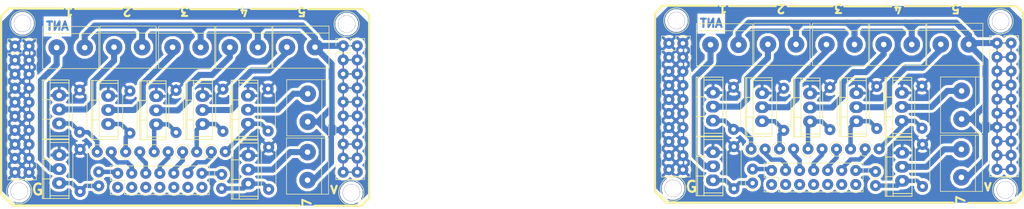
<source format=kicad_pcb>
(kicad_pcb (version 4) (host pcbnew 4.0.7-e2-6376~61~ubuntu18.04.1)
  (layers (0 F.Cu signal) (31 B.Cu signal) (34 B.Paste user) (35 F.Paste user) (36 B.SilkS user) (37 F.SilkS user) (38 B.Mask user) (39 F.Mask user) (44 Edge.Cuts user))
  (net 0 "")
  (net 1 "Net-(J1-Pad1)")
  (net 2 "Net-(J1-Pad2)")
  (net 3 "Net-(J1-Pad3)")
  (net 4 "Net-(J1-Pad4)")
  (net 5 "Net-(J1-Pad5)")
  (net 6 "Net-(J1-Pad6)")
  (net 7 "Net-(J1-Pad7)")
  (net 8 "Net-(J1-Pad8)")
  (net 9 "Net-(J1-Pad9)")
  (net 10 "Net-(J1-Pad10)")
  (net 11 "Net-(J1-Pad11)")
  (net 12 "Net-(J1-Pad12)")
  (net 13 "Net-(J1-Pad13)")
  (net 14 "Net-(J1-Pad14)")
  (net 15 +12V)
  (net 16 "Net-(J2-Pad2)")
  (net 17 "Net-(J3-Pad2)")
  (net 18 "Net-(J4-Pad2)")
  (net 19 "Net-(J5-Pad2)")
  (net 20 "Net-(J6-Pad2)")
  (net 21 "Net-(J7-Pad2)")
  (net 22 "Net-(J8-Pad2)")
  (net 23 GND)
  (net 24 "Net-(Q3-Pad1)")
  (net 25 "Net-(Q1-Pad1)")
  (net 26 "Net-(Q2-Pad1)")
  (net 27 "Net-(Q4-Pad1)")
  (net 28 "Net-(Q5-Pad1)")
  (net 29 "Net-(Q6-Pad1)")
  (net 30 "Net-(Q7-Pad1)")
  (module Pin_Headers:Pin_Header_Straight_2x10_Pitch2.54mm (layer F.Cu) (at 231.6226 83.8327)
    (fp_text reference J10 hide)
    (fp_text value Conn_02x10_Odd_Even hide)
    (pad 1 thru_hole circle (at 0 0) (size 2 2) (drill 0.8) (layers *.Cu *.Mask) (net 15 +12V))
    (pad 2 thru_hole circle (at 2.54 0) (size 2 2) (drill 0.8) (layers *.Cu *.Mask) (net 15 +12V))
    (pad 3 thru_hole circle (at 0 2.54) (size 2 2) (drill 0.8) (layers *.Cu *.Mask) (net 15 +12V))
    (pad 4 thru_hole circle (at 2.54 2.54) (size 2 2) (drill 0.8) (layers *.Cu *.Mask) (net 15 +12V))
    (pad 5 thru_hole circle (at 0 5.08) (size 2 2) (drill 0.8) (layers *.Cu *.Mask) (net 15 +12V))
    (pad 6 thru_hole circle (at 2.54 5.08) (size 2 2) (drill 0.8) (layers *.Cu *.Mask) (net 15 +12V))
    (pad 7 thru_hole circle (at 0 7.62) (size 2 2) (drill 0.8) (layers *.Cu *.Mask) (net 15 +12V))
    (pad 8 thru_hole circle (at 2.54 7.62) (size 2 2) (drill 0.8) (layers *.Cu *.Mask) (net 15 +12V))
    (pad 9 thru_hole circle (at 0 10.16) (size 2 2) (drill 0.8) (layers *.Cu *.Mask) (net 15 +12V))
    (pad 10 thru_hole circle (at 2.54 10.16) (size 2 2) (drill 0.8) (layers *.Cu *.Mask) (net 15 +12V))
    (pad 11 thru_hole circle (at 0 12.7) (size 2 2) (drill 0.8) (layers *.Cu *.Mask) (net 15 +12V))
    (pad 12 thru_hole circle (at 2.54 12.7) (size 2 2) (drill 0.8) (layers *.Cu *.Mask) (net 15 +12V))
    (pad 13 thru_hole circle (at 0 15.24) (size 2 2) (drill 0.8) (layers *.Cu *.Mask) (net 15 +12V))
    (pad 14 thru_hole circle (at 2.54 15.24) (size 2 2) (drill 0.8) (layers *.Cu *.Mask) (net 15 +12V))
    (pad 15 thru_hole circle (at 0 17.78) (size 2 2) (drill 0.8) (layers *.Cu *.Mask) (net 15 +12V))
    (pad 16 thru_hole circle (at 2.54 17.78) (size 2 2) (drill 0.8) (layers *.Cu *.Mask) (net 15 +12V))
    (pad 17 thru_hole circle (at 0 20.32) (size 2 2) (drill 0.8) (layers *.Cu *.Mask) (net 15 +12V))
    (pad 18 thru_hole circle (at 2.54 20.32) (size 2 2) (drill 0.8) (layers *.Cu *.Mask) (net 15 +12V))
    (pad 19 thru_hole circle (at 0 22.86) (size 2 2) (drill 0.8) (layers *.Cu *.Mask) (net 15 +12V))
    (pad 20 thru_hole circle (at 2.54 22.86) (size 2 2) (drill 0.8) (layers *.Cu *.Mask) (net 15 +12V))
  )
  (module Pin_Headers:Pin_Header_Straight_2x10_Pitch2.54mm (layer F.Cu) (at 172.212 83.8835)
    (fp_text reference J9 hide)
    (fp_text value Conn_02x10_Odd_Even hide)
    (pad 1 thru_hole circle (at 0 0) (size 2 2) (drill 0.8) (layers *.Cu *.Mask) (net 23 GND))
    (pad 2 thru_hole circle (at 2.54 0) (size 2 2) (drill 0.8) (layers *.Cu *.Mask) (net 23 GND))
    (pad 3 thru_hole circle (at 0 2.54) (size 2 2) (drill 0.8) (layers *.Cu *.Mask) (net 23 GND))
    (pad 4 thru_hole circle (at 2.54 2.54) (size 2 2) (drill 0.8) (layers *.Cu *.Mask) (net 23 GND))
    (pad 5 thru_hole circle (at 0 5.08) (size 2 2) (drill 0.8) (layers *.Cu *.Mask) (net 23 GND))
    (pad 6 thru_hole circle (at 2.54 5.08) (size 2 2) (drill 0.8) (layers *.Cu *.Mask) (net 23 GND))
    (pad 7 thru_hole circle (at 0 7.62) (size 2 2) (drill 0.8) (layers *.Cu *.Mask) (net 23 GND))
    (pad 8 thru_hole circle (at 2.54 7.62) (size 2 2) (drill 0.8) (layers *.Cu *.Mask) (net 23 GND))
    (pad 9 thru_hole circle (at 0 10.16) (size 2 2) (drill 0.8) (layers *.Cu *.Mask) (net 23 GND))
    (pad 10 thru_hole circle (at 2.54 10.16) (size 2 2) (drill 0.8) (layers *.Cu *.Mask) (net 23 GND))
    (pad 11 thru_hole circle (at 0 12.7) (size 2 2) (drill 0.8) (layers *.Cu *.Mask) (net 23 GND))
    (pad 12 thru_hole circle (at 2.54 12.7) (size 2 2) (drill 0.8) (layers *.Cu *.Mask) (net 23 GND))
    (pad 13 thru_hole circle (at 0 15.24) (size 2 2) (drill 0.8) (layers *.Cu *.Mask) (net 23 GND))
    (pad 14 thru_hole circle (at 2.54 15.24) (size 2 2) (drill 0.8) (layers *.Cu *.Mask) (net 23 GND))
    (pad 15 thru_hole circle (at 0 17.78) (size 2 2) (drill 0.8) (layers *.Cu *.Mask) (net 23 GND))
    (pad 16 thru_hole circle (at 2.54 17.78) (size 2 2) (drill 0.8) (layers *.Cu *.Mask) (net 23 GND))
    (pad 17 thru_hole circle (at 0 20.32) (size 2 2) (drill 0.8) (layers *.Cu *.Mask) (net 23 GND))
    (pad 18 thru_hole circle (at 2.54 20.32) (size 2 2) (drill 0.8) (layers *.Cu *.Mask) (net 23 GND))
    (pad 19 thru_hole circle (at 0 22.86) (size 2 2) (drill 0.8) (layers *.Cu *.Mask) (net 23 GND))
    (pad 20 thru_hole circle (at 2.54 22.86) (size 2 2) (drill 0.8) (layers *.Cu *.Mask) (net 23 GND))
  )
  (module Resistors_THT:R_Axial_DIN0207_L6.3mm_D2.5mm_P2.54mm_Vertical (layer F.Cu) (at 202.565 103.0097)
    (fp_text reference R14 hide)
    (fp_text value R hide)
    (pad 1 thru_hole circle (at 0 0) (size 2 2) (drill 0.8) (layers *.Cu *.Mask) (net 10 "Net-(J1-Pad10)"))
    (pad 2 thru_hole circle (at 2.54 0) (size 2 2) (drill 0.8) (layers *.Cu *.Mask) (net 28 "Net-(Q5-Pad1)"))
  )
  (module Resistors_THT:R_Axial_DIN0207_L6.3mm_D2.5mm_P2.54mm_Vertical (layer F.Cu) (at 197.4088 103.0097)
    (fp_text reference R13 hide)
    (fp_text value R hide)
    (pad 1 thru_hole circle (at 0 0) (size 2 2) (drill 0.8) (layers *.Cu *.Mask) (net 27 "Net-(Q4-Pad1)"))
    (pad 2 thru_hole circle (at 2.54 0) (size 2 2) (drill 0.8) (layers *.Cu *.Mask) (net 8 "Net-(J1-Pad8)"))
  )
  (module Resistors_THT:R_Axial_DIN0207_L6.3mm_D2.5mm_P2.54mm_Vertical (layer F.Cu) (at 192.2526 103.0097)
    (fp_text reference R12 hide)
    (fp_text value R hide)
    (pad 1 thru_hole circle (at 0 0) (size 2 2) (drill 0.8) (layers *.Cu *.Mask) (net 24 "Net-(Q3-Pad1)"))
    (pad 2 thru_hole circle (at 2.54 0) (size 2 2) (drill 0.8) (layers *.Cu *.Mask) (net 6 "Net-(J1-Pad6)"))
  )
  (module Resistors_THT:R_Axial_DIN0207_L6.3mm_D2.5mm_P2.54mm_Vertical (layer F.Cu) (at 207.7466 102.9843)
    (fp_text reference R11 hide)
    (fp_text value R hide)
    (pad 1 thru_hole circle (at 0 0) (size 2 2) (drill 0.8) (layers *.Cu *.Mask) (net 12 "Net-(J1-Pad12)"))
    (pad 2 thru_hole circle (at 2.54 0) (size 2 2) (drill 0.8) (layers *.Cu *.Mask) (net 29 "Net-(Q6-Pad1)"))
  )
  (module Resistors_THT:R_Axial_DIN0207_L6.3mm_D2.5mm_P2.54mm_Vertical (layer F.Cu) (at 187.0964 103.0351)
    (fp_text reference R10 hide)
    (fp_text value R hide)
    (pad 1 thru_hole circle (at 0 0) (size 2 2) (drill 0.8) (layers *.Cu *.Mask) (net 26 "Net-(Q2-Pad1)"))
    (pad 2 thru_hole circle (at 2.54 0) (size 2 2) (drill 0.8) (layers *.Cu *.Mask) (net 4 "Net-(J1-Pad4)"))
  )
  (module Resistors_THT:R_Axial_DIN0207_L6.3mm_D2.5mm_P2.54mm_Vertical (layer F.Cu) (at 187.3758 109.1819 90)
    (fp_text reference R9 hide)
    (fp_text value R hide)
    (pad 1 thru_hole circle (at 0 0 90) (size 2 2) (drill 0.8) (layers *.Cu *.Mask) (net 25 "Net-(Q1-Pad1)"))
    (pad 2 thru_hole circle (at 2.54 0 90) (size 2 2) (drill 0.8) (layers *.Cu *.Mask) (net 2 "Net-(J1-Pad2)"))
  )
  (module Resistors_THT:R_Axial_DIN0207_L6.3mm_D2.5mm_P2.54mm_Vertical (layer F.Cu) (at 209.6262 107.0991 270)
    (fp_text reference R8 hide)
    (fp_text value R hide)
    (pad 1 thru_hole circle (at 0 0 270) (size 2 2) (drill 0.8) (layers *.Cu *.Mask) (net 14 "Net-(J1-Pad14)"))
    (pad 2 thru_hole circle (at 2.54 0 270) (size 2 2) (drill 0.8) (layers *.Cu *.Mask) (net 30 "Net-(Q7-Pad1)"))
  )
  (module modFiles:Resistor_small (layer F.Cu) (at 201.3712 99.5045 90)
    (fp_text reference R7 hide)
    (fp_text value R hide)
    (pad 1 thru_hole circle (at 0 0 90) (size 2 2) (drill 0.8) (layers *.Cu *.Mask) (net 27 "Net-(Q4-Pad1)"))
    (pad 2 thru_hole circle (at 7.62 0 90) (size 2 2) (drill 0.8) (layers *.Cu *.Mask) (net 23 GND))
  )
  (module modFiles:Resistor_small (layer F.Cu) (at 209.8548 99.3013 90)
    (fp_text reference R6 hide)
    (fp_text value R hide)
    (pad 1 thru_hole circle (at 0 0 90) (size 2 2) (drill 0.8) (layers *.Cu *.Mask) (net 28 "Net-(Q5-Pad1)"))
    (pad 2 thru_hole circle (at 7.62 0 90) (size 2 2) (drill 0.8) (layers *.Cu *.Mask) (net 23 GND))
  )
  (module modFiles:Resistor_small (layer F.Cu) (at 218.1352 109.7915 90)
    (fp_text reference R5 hide)
    (fp_text value R hide)
    (pad 1 thru_hole circle (at 0 0 90) (size 2 2) (drill 0.8) (layers *.Cu *.Mask) (net 30 "Net-(Q7-Pad1)"))
    (pad 2 thru_hole circle (at 7.62 0 90) (size 2 2) (drill 0.8) (layers *.Cu *.Mask) (net 23 GND))
  )
  (module modFiles:Resistor_small (layer F.Cu) (at 193.0146 99.6315 90)
    (fp_text reference R4 hide)
    (fp_text value R hide)
    (pad 1 thru_hole circle (at 0 0 90) (size 2 2) (drill 0.8) (layers *.Cu *.Mask) (net 24 "Net-(Q3-Pad1)"))
    (pad 2 thru_hole circle (at 7.62 0 90) (size 2 2) (drill 0.8) (layers *.Cu *.Mask) (net 23 GND))
  )
  (module modFiles:Resistor_small (layer F.Cu) (at 183.9214 99.4537 90)
    (fp_text reference R3 hide)
    (fp_text value R hide)
    (pad 1 thru_hole circle (at 0 0 90) (size 2 2) (drill 0.8) (layers *.Cu *.Mask) (net 26 "Net-(Q2-Pad1)"))
    (pad 2 thru_hole circle (at 7.62 0 90) (size 2 2) (drill 0.8) (layers *.Cu *.Mask) (net 23 GND))
  )
  (module modFiles:Resistor_small (layer F.Cu) (at 183.9976 110.1979 90)
    (fp_text reference R2 hide)
    (fp_text value R hide)
    (pad 1 thru_hole circle (at 0 0 90) (size 2 2) (drill 0.8) (layers *.Cu *.Mask) (net 25 "Net-(Q1-Pad1)"))
    (pad 2 thru_hole circle (at 7.62 0 90) (size 2 2) (drill 0.8) (layers *.Cu *.Mask) (net 23 GND))
  )
  (module modFiles:Resistor_small (layer F.Cu) (at 218.0336 99.2505 90)
    (fp_text reference R1 hide)
    (fp_text value R hide)
    (pad 1 thru_hole circle (at 0 0 90) (size 2 2) (drill 0.8) (layers *.Cu *.Mask) (net 29 "Net-(Q6-Pad1)"))
    (pad 2 thru_hole circle (at 7.62 0 90) (size 2 2) (drill 0.8) (layers *.Cu *.Mask) (net 23 GND))
  )
  (module modFiles:Voltage_Regulators (layer F.Cu) (at 214.4522 106.2355 90)
    (fp_text reference Q7 hide)
    (fp_text value IRF540N hide)
    (pad 2 thru_hole oval (at 0 0 90) (size 2.1 2.54) (drill 1) (layers *.Cu *.Mask) (net 17 "Net-(J3-Pad2)"))
    (pad 3 thru_hole oval (at 2.54 0 90) (size 2.1 2.54) (drill 1) (layers *.Cu *.Mask) (net 23 GND))
    (pad 1 thru_hole oval (at -2.54 0 90) (size 2.1 2.54) (drill 1) (layers *.Cu *.Mask) (net 30 "Net-(Q7-Pad1)"))
  )
  (module modFiles:Voltage_Regulators (layer F.Cu) (at 214.4014 95.3897 90)
    (fp_text reference Q6 hide)
    (fp_text value IRF540N hide)
    (pad 2 thru_hole oval (at 0 0 90) (size 2.1 2.54) (drill 1) (layers *.Cu *.Mask) (net 16 "Net-(J2-Pad2)"))
    (pad 3 thru_hole oval (at 2.54 0 90) (size 2.1 2.54) (drill 1) (layers *.Cu *.Mask) (net 23 GND))
    (pad 1 thru_hole oval (at -2.54 0 90) (size 2.1 2.54) (drill 1) (layers *.Cu *.Mask) (net 29 "Net-(Q6-Pad1)"))
  )
  (module modFiles:Voltage_Regulators (layer F.Cu) (at 206.1718 95.4405 90)
    (fp_text reference Q5 hide)
    (fp_text value IRF540N hide)
    (pad 2 thru_hole oval (at 0 0 90) (size 2.1 2.54) (drill 1) (layers *.Cu *.Mask) (net 21 "Net-(J7-Pad2)"))
    (pad 3 thru_hole oval (at 2.54 0 90) (size 2.1 2.54) (drill 1) (layers *.Cu *.Mask) (net 23 GND))
    (pad 1 thru_hole oval (at -2.54 0 90) (size 2.1 2.54) (drill 1) (layers *.Cu *.Mask) (net 28 "Net-(Q5-Pad1)"))
  )
  (module modFiles:Voltage_Regulators (layer F.Cu) (at 197.7898 95.4913 90)
    (fp_text reference Q4 hide)
    (fp_text value IRF540N hide)
    (pad 2 thru_hole oval (at 0 0 90) (size 2.1 2.54) (drill 1) (layers *.Cu *.Mask) (net 20 "Net-(J6-Pad2)"))
    (pad 3 thru_hole oval (at 2.54 0 90) (size 2.1 2.54) (drill 1) (layers *.Cu *.Mask) (net 23 GND))
    (pad 1 thru_hole oval (at -2.54 0 90) (size 2.1 2.54) (drill 1) (layers *.Cu *.Mask) (net 27 "Net-(Q4-Pad1)"))
  )
  (module modFiles:Voltage_Regulators (layer F.Cu) (at 189.103 95.4405 90)
    (fp_text reference Q3 hide)
    (fp_text value IRF540N hide)
    (pad 2 thru_hole oval (at 0 0 90) (size 2.1 2.54) (drill 1) (layers *.Cu *.Mask) (net 19 "Net-(J5-Pad2)"))
    (pad 3 thru_hole oval (at 2.54 0 90) (size 2.1 2.54) (drill 1) (layers *.Cu *.Mask) (net 23 GND))
    (pad 1 thru_hole oval (at -2.54 0 90) (size 2.1 2.54) (drill 1) (layers *.Cu *.Mask) (net 24 "Net-(Q3-Pad1)"))
  )
  (module modFiles:Voltage_Regulators (layer F.Cu) (at 180.213 95.3389 90)
    (fp_text reference Q2 hide)
    (fp_text value IRF540N hide)
    (pad 2 thru_hole oval (at 0 0 90) (size 2.1 2.54) (drill 1) (layers *.Cu *.Mask) (net 18 "Net-(J4-Pad2)"))
    (pad 3 thru_hole oval (at 2.54 0 90) (size 2.1 2.54) (drill 1) (layers *.Cu *.Mask) (net 23 GND))
    (pad 1 thru_hole oval (at -2.54 0 90) (size 2.1 2.54) (drill 1) (layers *.Cu *.Mask) (net 26 "Net-(Q2-Pad1)"))
  )
  (module modFiles:Voltage_Regulators (layer F.Cu) (at 180.213 106.1339 90)
    (fp_text reference Q1 hide)
    (fp_text value IRF540N hide)
    (pad 2 thru_hole oval (at 0 0 90) (size 2.1 2.54) (drill 1) (layers *.Cu *.Mask) (net 22 "Net-(J8-Pad2)"))
    (pad 3 thru_hole oval (at 2.54 0 90) (size 2.1 2.54) (drill 1) (layers *.Cu *.Mask) (net 23 GND))
    (pad 1 thru_hole oval (at -2.54 0 90) (size 2.1 2.54) (drill 1) (layers *.Cu *.Mask) (net 25 "Net-(Q1-Pad1)"))
  )
  (module modFiles:Connector_Bornier_2 (layer F.Cu) (at 184.8358 84.1375 180)
    (fp_text reference J8 hide)
    (fp_text value Conn_01x02 hide)
    (pad 1 thru_hole circle (at 0 0 180) (size 3 3) (drill 1) (layers *.Cu *.Mask) (net 15 +12V))
    (pad 2 thru_hole circle (at 5.08 0 180) (size 3 3) (drill 1) (layers *.Cu *.Mask) (net 22 "Net-(J8-Pad2)"))
  )
  (module modFiles:Connector_Bornier_2 (layer F.Cu) (at 226.5172 84.0613 180)
    (fp_text reference J7 hide)
    (fp_text value Conn_01x02 hide)
    (pad 1 thru_hole circle (at 0 0 180) (size 3 3) (drill 1) (layers *.Cu *.Mask) (net 15 +12V))
    (pad 2 thru_hole circle (at 5.08 0 180) (size 3 3) (drill 1) (layers *.Cu *.Mask) (net 21 "Net-(J7-Pad2)"))
  )
  (module modFiles:Connector_Bornier_2 (layer F.Cu) (at 216.1794 84.0867 180)
    (fp_text reference J6 hide)
    (fp_text value Conn_01x02 hide)
    (pad 1 thru_hole circle (at 0 0 180) (size 3 3) (drill 1) (layers *.Cu *.Mask) (net 15 +12V))
    (pad 2 thru_hole circle (at 5.08 0 180) (size 3 3) (drill 1) (layers *.Cu *.Mask) (net 20 "Net-(J6-Pad2)"))
  )
  (module modFiles:Connector_Bornier_2 (layer F.Cu) (at 205.8162 84.0867 180)
    (fp_text reference J5 hide)
    (fp_text value Conn_01x02 hide)
    (pad 1 thru_hole circle (at 0 0 180) (size 3 3) (drill 1) (layers *.Cu *.Mask) (net 15 +12V))
    (pad 2 thru_hole circle (at 5.08 0 180) (size 3 3) (drill 1) (layers *.Cu *.Mask) (net 19 "Net-(J5-Pad2)"))
  )
  (module modFiles:Connector_Bornier_2 (layer F.Cu) (at 195.2244 84.0613 180)
    (fp_text reference J4 hide)
    (fp_text value Conn_01x02 hide)
    (pad 1 thru_hole circle (at 0 0 180) (size 3 3) (drill 1) (layers *.Cu *.Mask) (net 15 +12V))
    (pad 2 thru_hole circle (at 5.08 0 180) (size 3 3) (drill 1) (layers *.Cu *.Mask) (net 18 "Net-(J4-Pad2)"))
  )
  (module modFiles:Connector_Bornier_2 (layer F.Cu) (at 225.171 108.1405 90)
    (fp_text reference J3 hide)
    (fp_text value Conn_01x02 hide)
    (pad 1 thru_hole circle (at 0 0 90) (size 3 3) (drill 1) (layers *.Cu *.Mask) (net 15 +12V))
    (pad 2 thru_hole circle (at 5.08 0 90) (size 3 3) (drill 1) (layers *.Cu *.Mask) (net 17 "Net-(J3-Pad2)"))
  )
  (module Pin_Headers:Pin_Header_Straight_2x07_Pitch2.54mm (layer F.Cu) (at 190.8048 109.4359 90)
    (fp_text reference J1 hide)
    (fp_text value Conn_02x07_Odd_Even hide)
    (pad 1 thru_hole circle (at 0 0 90) (size 2 2) (drill 0.8) (layers *.Cu *.Mask) (net 1 "Net-(J1-Pad1)"))
    (pad 2 thru_hole circle (at 2.54 0 90) (size 2 2) (drill 0.8) (layers *.Cu *.Mask) (net 2 "Net-(J1-Pad2)"))
    (pad 3 thru_hole circle (at 0 2.54 90) (size 2 2) (drill 0.8) (layers *.Cu *.Mask) (net 3 "Net-(J1-Pad3)"))
    (pad 4 thru_hole circle (at 2.54 2.54 90) (size 2 2) (drill 0.8) (layers *.Cu *.Mask) (net 4 "Net-(J1-Pad4)"))
    (pad 5 thru_hole circle (at 0 5.08 90) (size 2 2) (drill 0.8) (layers *.Cu *.Mask) (net 5 "Net-(J1-Pad5)"))
    (pad 6 thru_hole circle (at 2.54 5.08 90) (size 2 2) (drill 0.8) (layers *.Cu *.Mask) (net 6 "Net-(J1-Pad6)"))
    (pad 7 thru_hole circle (at 0 7.62 90) (size 2 2) (drill 0.8) (layers *.Cu *.Mask) (net 7 "Net-(J1-Pad7)"))
    (pad 8 thru_hole circle (at 2.54 7.62 90) (size 2 2) (drill 0.8) (layers *.Cu *.Mask) (net 8 "Net-(J1-Pad8)"))
    (pad 9 thru_hole circle (at 0 10.16 90) (size 2 2) (drill 0.8) (layers *.Cu *.Mask) (net 9 "Net-(J1-Pad9)"))
    (pad 10 thru_hole circle (at 2.54 10.16 90) (size 2 2) (drill 0.8) (layers *.Cu *.Mask) (net 10 "Net-(J1-Pad10)"))
    (pad 11 thru_hole circle (at 0 12.7 90) (size 2 2) (drill 0.8) (layers *.Cu *.Mask) (net 11 "Net-(J1-Pad11)"))
    (pad 12 thru_hole circle (at 2.54 12.7 90) (size 2 2) (drill 0.8) (layers *.Cu *.Mask) (net 12 "Net-(J1-Pad12)"))
    (pad 13 thru_hole circle (at 0 15.24 90) (size 2 2) (drill 0.8) (layers *.Cu *.Mask) (net 13 "Net-(J1-Pad13)"))
    (pad 14 thru_hole circle (at 2.54 15.24 90) (size 2 2) (drill 0.8) (layers *.Cu *.Mask) (net 14 "Net-(J1-Pad14)"))
  )
  (module modFiles:Connector_Bornier_2 (layer F.Cu) (at 225.2091 97.5741 90)
    (fp_text reference J2 hide)
    (fp_text value Conn_01x02 hide)
    (pad 1 thru_hole circle (at 0 0 90) (size 3 3) (drill 1) (layers *.Cu *.Mask) (net 15 +12V))
    (pad 2 thru_hole circle (at 5.08 0 90) (size 3 3) (drill 1) (layers *.Cu *.Mask) (net 16 "Net-(J2-Pad2)"))
  )
  (module Connectors:1pin (layer F.Cu) (at 233.0958 110.4138)
    (fp_text reference REF** hide)
    (fp_text value 1pin hide)
    (pad 1 thru_hole circle (at 0 0) (size 3.1 3.1) (drill 3.048) (layers *.Cu *.Mask))
  )
  (module Connectors:1pin (layer F.Cu) (at 172.974 110.1471)
    (fp_text reference REF** hide)
    (fp_text value 1pin hide)
    (pad 1 thru_hole circle (at 0 0) (size 3.1 3.1) (drill 3.048) (layers *.Cu *.Mask))
  )
  (module Connectors:1pin (layer F.Cu) (at 173.5709 79.756)
    (fp_text reference REF** hide)
    (fp_text value 1pin hide)
    (pad 1 thru_hole circle (at 0 0) (size 3.1 3.1) (drill 3.048) (layers *.Cu *.Mask))
  )
  (module Connectors:1pin (layer F.Cu) (at 232.2576 79.883)
    (fp_text reference REF** hide)
    (fp_text value 1pin hide)
    (pad 1 thru_hole circle (at 0 0) (size 3.1 3.1) (drill 3.048) (layers *.Cu *.Mask))
  )
  (module Connectors:1pin (layer F.Cu) (at 113.8936 80.391)
    (fp_text reference REF** hide)
    (fp_text value 1pin hide)
    (pad 1 thru_hole circle (at 0 0) (size 3.1 3.1) (drill 3.048) (layers *.Cu *.Mask))
  )
  (module Connectors:1pin (layer F.Cu) (at 55.2069 80.264)
    (fp_text reference REF** hide)
    (fp_text value 1pin hide)
    (pad 1 thru_hole circle (at 0 0) (size 3.1 3.1) (drill 3.048) (layers *.Cu *.Mask))
  )
  (module Connectors:1pin (layer F.Cu) (at 54.61 110.6551)
    (fp_text reference REF** hide)
    (fp_text value 1pin hide)
    (pad 1 thru_hole circle (at 0 0) (size 3.1 3.1) (drill 3.048) (layers *.Cu *.Mask))
  )
  (module Connectors:1pin (layer F.Cu) (at 114.7318 110.9218)
    (fp_text reference REF** hide)
    (fp_text value 1pin hide)
    (pad 1 thru_hole circle (at 0 0) (size 3.1 3.1) (drill 3.048) (layers *.Cu *.Mask))
  )
  (module modFiles:Connector_Bornier_2 (layer F.Cu) (at 106.8451 98.0821 90)
    (fp_text reference J2 hide)
    (fp_text value Conn_01x02 hide)
    (pad 1 thru_hole circle (at 0 0 90) (size 3 3) (drill 1) (layers *.Cu *.Mask) (net 15 +12V))
    (pad 2 thru_hole circle (at 5.08 0 90) (size 3 3) (drill 1) (layers *.Cu *.Mask) (net 16 "Net-(J2-Pad2)"))
  )
  (module Pin_Headers:Pin_Header_Straight_2x07_Pitch2.54mm (layer F.Cu) (at 72.4408 109.9439 90)
    (fp_text reference J1 hide)
    (fp_text value Conn_02x07_Odd_Even hide)
    (pad 1 thru_hole circle (at 0 0 90) (size 2 2) (drill 0.8) (layers *.Cu *.Mask) (net 1 "Net-(J1-Pad1)"))
    (pad 2 thru_hole circle (at 2.54 0 90) (size 2 2) (drill 0.8) (layers *.Cu *.Mask) (net 2 "Net-(J1-Pad2)"))
    (pad 3 thru_hole circle (at 0 2.54 90) (size 2 2) (drill 0.8) (layers *.Cu *.Mask) (net 3 "Net-(J1-Pad3)"))
    (pad 4 thru_hole circle (at 2.54 2.54 90) (size 2 2) (drill 0.8) (layers *.Cu *.Mask) (net 4 "Net-(J1-Pad4)"))
    (pad 5 thru_hole circle (at 0 5.08 90) (size 2 2) (drill 0.8) (layers *.Cu *.Mask) (net 5 "Net-(J1-Pad5)"))
    (pad 6 thru_hole circle (at 2.54 5.08 90) (size 2 2) (drill 0.8) (layers *.Cu *.Mask) (net 6 "Net-(J1-Pad6)"))
    (pad 7 thru_hole circle (at 0 7.62 90) (size 2 2) (drill 0.8) (layers *.Cu *.Mask) (net 7 "Net-(J1-Pad7)"))
    (pad 8 thru_hole circle (at 2.54 7.62 90) (size 2 2) (drill 0.8) (layers *.Cu *.Mask) (net 8 "Net-(J1-Pad8)"))
    (pad 9 thru_hole circle (at 0 10.16 90) (size 2 2) (drill 0.8) (layers *.Cu *.Mask) (net 9 "Net-(J1-Pad9)"))
    (pad 10 thru_hole circle (at 2.54 10.16 90) (size 2 2) (drill 0.8) (layers *.Cu *.Mask) (net 10 "Net-(J1-Pad10)"))
    (pad 11 thru_hole circle (at 0 12.7 90) (size 2 2) (drill 0.8) (layers *.Cu *.Mask) (net 11 "Net-(J1-Pad11)"))
    (pad 12 thru_hole circle (at 2.54 12.7 90) (size 2 2) (drill 0.8) (layers *.Cu *.Mask) (net 12 "Net-(J1-Pad12)"))
    (pad 13 thru_hole circle (at 0 15.24 90) (size 2 2) (drill 0.8) (layers *.Cu *.Mask) (net 13 "Net-(J1-Pad13)"))
    (pad 14 thru_hole circle (at 2.54 15.24 90) (size 2 2) (drill 0.8) (layers *.Cu *.Mask) (net 14 "Net-(J1-Pad14)"))
  )
  (module modFiles:Connector_Bornier_2 (layer F.Cu) (at 106.807 108.6485 90)
    (fp_text reference J3 hide)
    (fp_text value Conn_01x02 hide)
    (pad 1 thru_hole circle (at 0 0 90) (size 3 3) (drill 1) (layers *.Cu *.Mask) (net 15 +12V))
    (pad 2 thru_hole circle (at 5.08 0 90) (size 3 3) (drill 1) (layers *.Cu *.Mask) (net 17 "Net-(J3-Pad2)"))
  )
  (module modFiles:Connector_Bornier_2 (layer F.Cu) (at 76.8604 84.5693 180)
    (fp_text reference J4 hide)
    (fp_text value Conn_01x02 hide)
    (pad 1 thru_hole circle (at 0 0 180) (size 3 3) (drill 1) (layers *.Cu *.Mask) (net 15 +12V))
    (pad 2 thru_hole circle (at 5.08 0 180) (size 3 3) (drill 1) (layers *.Cu *.Mask) (net 18 "Net-(J4-Pad2)"))
  )
  (module modFiles:Connector_Bornier_2 (layer F.Cu) (at 87.4522 84.5947 180)
    (fp_text reference J5 hide)
    (fp_text value Conn_01x02 hide)
    (pad 1 thru_hole circle (at 0 0 180) (size 3 3) (drill 1) (layers *.Cu *.Mask) (net 15 +12V))
    (pad 2 thru_hole circle (at 5.08 0 180) (size 3 3) (drill 1) (layers *.Cu *.Mask) (net 19 "Net-(J5-Pad2)"))
  )
  (module modFiles:Connector_Bornier_2 (layer F.Cu) (at 97.8154 84.5947 180)
    (fp_text reference J6 hide)
    (fp_text value Conn_01x02 hide)
    (pad 1 thru_hole circle (at 0 0 180) (size 3 3) (drill 1) (layers *.Cu *.Mask) (net 15 +12V))
    (pad 2 thru_hole circle (at 5.08 0 180) (size 3 3) (drill 1) (layers *.Cu *.Mask) (net 20 "Net-(J6-Pad2)"))
  )
  (module modFiles:Connector_Bornier_2 (layer F.Cu) (at 108.1532 84.5693 180)
    (fp_text reference J7 hide)
    (fp_text value Conn_01x02 hide)
    (pad 1 thru_hole circle (at 0 0 180) (size 3 3) (drill 1) (layers *.Cu *.Mask) (net 15 +12V))
    (pad 2 thru_hole circle (at 5.08 0 180) (size 3 3) (drill 1) (layers *.Cu *.Mask) (net 21 "Net-(J7-Pad2)"))
  )
  (module modFiles:Connector_Bornier_2 (layer F.Cu) (at 66.4718 84.6455 180)
    (fp_text reference J8 hide)
    (fp_text value Conn_01x02 hide)
    (pad 1 thru_hole circle (at 0 0 180) (size 3 3) (drill 1) (layers *.Cu *.Mask) (net 15 +12V))
    (pad 2 thru_hole circle (at 5.08 0 180) (size 3 3) (drill 1) (layers *.Cu *.Mask) (net 22 "Net-(J8-Pad2)"))
  )
  (module modFiles:Voltage_Regulators (layer F.Cu) (at 61.849 106.6419 90)
    (fp_text reference Q1 hide)
    (fp_text value IRF540N hide)
    (pad 2 thru_hole oval (at 0 0 90) (size 2.1 2.54) (drill 1) (layers *.Cu *.Mask) (net 22 "Net-(J8-Pad2)"))
    (pad 3 thru_hole oval (at 2.54 0 90) (size 2.1 2.54) (drill 1) (layers *.Cu *.Mask) (net 23 GND))
    (pad 1 thru_hole oval (at -2.54 0 90) (size 2.1 2.54) (drill 1) (layers *.Cu *.Mask) (net 25 "Net-(Q1-Pad1)"))
  )
  (module modFiles:Voltage_Regulators (layer F.Cu) (at 61.849 95.8469 90)
    (fp_text reference Q2 hide)
    (fp_text value IRF540N hide)
    (pad 2 thru_hole oval (at 0 0 90) (size 2.1 2.54) (drill 1) (layers *.Cu *.Mask) (net 18 "Net-(J4-Pad2)"))
    (pad 3 thru_hole oval (at 2.54 0 90) (size 2.1 2.54) (drill 1) (layers *.Cu *.Mask) (net 23 GND))
    (pad 1 thru_hole oval (at -2.54 0 90) (size 2.1 2.54) (drill 1) (layers *.Cu *.Mask) (net 26 "Net-(Q2-Pad1)"))
  )
  (module modFiles:Voltage_Regulators (layer F.Cu) (at 70.739 95.9485 90)
    (fp_text reference Q3 hide)
    (fp_text value IRF540N hide)
    (pad 2 thru_hole oval (at 0 0 90) (size 2.1 2.54) (drill 1) (layers *.Cu *.Mask) (net 19 "Net-(J5-Pad2)"))
    (pad 3 thru_hole oval (at 2.54 0 90) (size 2.1 2.54) (drill 1) (layers *.Cu *.Mask) (net 23 GND))
    (pad 1 thru_hole oval (at -2.54 0 90) (size 2.1 2.54) (drill 1) (layers *.Cu *.Mask) (net 24 "Net-(Q3-Pad1)"))
  )
  (module modFiles:Voltage_Regulators (layer F.Cu) (at 79.4258 95.9993 90)
    (fp_text reference Q4 hide)
    (fp_text value IRF540N hide)
    (pad 2 thru_hole oval (at 0 0 90) (size 2.1 2.54) (drill 1) (layers *.Cu *.Mask) (net 20 "Net-(J6-Pad2)"))
    (pad 3 thru_hole oval (at 2.54 0 90) (size 2.1 2.54) (drill 1) (layers *.Cu *.Mask) (net 23 GND))
    (pad 1 thru_hole oval (at -2.54 0 90) (size 2.1 2.54) (drill 1) (layers *.Cu *.Mask) (net 27 "Net-(Q4-Pad1)"))
  )
  (module modFiles:Voltage_Regulators (layer F.Cu) (at 87.8078 95.9485 90)
    (fp_text reference Q5 hide)
    (fp_text value IRF540N hide)
    (pad 2 thru_hole oval (at 0 0 90) (size 2.1 2.54) (drill 1) (layers *.Cu *.Mask) (net 21 "Net-(J7-Pad2)"))
    (pad 3 thru_hole oval (at 2.54 0 90) (size 2.1 2.54) (drill 1) (layers *.Cu *.Mask) (net 23 GND))
    (pad 1 thru_hole oval (at -2.54 0 90) (size 2.1 2.54) (drill 1) (layers *.Cu *.Mask) (net 28 "Net-(Q5-Pad1)"))
  )
  (module modFiles:Voltage_Regulators (layer F.Cu) (at 96.0374 95.8977 90)
    (fp_text reference Q6 hide)
    (fp_text value IRF540N hide)
    (pad 2 thru_hole oval (at 0 0 90) (size 2.1 2.54) (drill 1) (layers *.Cu *.Mask) (net 16 "Net-(J2-Pad2)"))
    (pad 3 thru_hole oval (at 2.54 0 90) (size 2.1 2.54) (drill 1) (layers *.Cu *.Mask) (net 23 GND))
    (pad 1 thru_hole oval (at -2.54 0 90) (size 2.1 2.54) (drill 1) (layers *.Cu *.Mask) (net 29 "Net-(Q6-Pad1)"))
  )
  (module modFiles:Voltage_Regulators (layer F.Cu) (at 96.0882 106.7435 90)
    (fp_text reference Q7 hide)
    (fp_text value IRF540N hide)
    (pad 2 thru_hole oval (at 0 0 90) (size 2.1 2.54) (drill 1) (layers *.Cu *.Mask) (net 17 "Net-(J3-Pad2)"))
    (pad 3 thru_hole oval (at 2.54 0 90) (size 2.1 2.54) (drill 1) (layers *.Cu *.Mask) (net 23 GND))
    (pad 1 thru_hole oval (at -2.54 0 90) (size 2.1 2.54) (drill 1) (layers *.Cu *.Mask) (net 30 "Net-(Q7-Pad1)"))
  )
  (module modFiles:Resistor_small (layer F.Cu) (at 99.6696 99.7585 90)
    (fp_text reference R1 hide)
    (fp_text value R hide)
    (pad 1 thru_hole circle (at 0 0 90) (size 2 2) (drill 0.8) (layers *.Cu *.Mask) (net 29 "Net-(Q6-Pad1)"))
    (pad 2 thru_hole circle (at 7.62 0 90) (size 2 2) (drill 0.8) (layers *.Cu *.Mask) (net 23 GND))
  )
  (module modFiles:Resistor_small (layer F.Cu) (at 65.6336 110.7059 90)
    (fp_text reference R2 hide)
    (fp_text value R hide)
    (pad 1 thru_hole circle (at 0 0 90) (size 2 2) (drill 0.8) (layers *.Cu *.Mask) (net 25 "Net-(Q1-Pad1)"))
    (pad 2 thru_hole circle (at 7.62 0 90) (size 2 2) (drill 0.8) (layers *.Cu *.Mask) (net 23 GND))
  )
  (module modFiles:Resistor_small (layer F.Cu) (at 65.5574 99.9617 90)
    (fp_text reference R3 hide)
    (fp_text value R hide)
    (pad 1 thru_hole circle (at 0 0 90) (size 2 2) (drill 0.8) (layers *.Cu *.Mask) (net 26 "Net-(Q2-Pad1)"))
    (pad 2 thru_hole circle (at 7.62 0 90) (size 2 2) (drill 0.8) (layers *.Cu *.Mask) (net 23 GND))
  )
  (module modFiles:Resistor_small (layer F.Cu) (at 74.6506 100.1395 90)
    (fp_text reference R4 hide)
    (fp_text value R hide)
    (pad 1 thru_hole circle (at 0 0 90) (size 2 2) (drill 0.8) (layers *.Cu *.Mask) (net 24 "Net-(Q3-Pad1)"))
    (pad 2 thru_hole circle (at 7.62 0 90) (size 2 2) (drill 0.8) (layers *.Cu *.Mask) (net 23 GND))
  )
  (module modFiles:Resistor_small (layer F.Cu) (at 99.7712 110.2995 90)
    (fp_text reference R5 hide)
    (fp_text value R hide)
    (pad 1 thru_hole circle (at 0 0 90) (size 2 2) (drill 0.8) (layers *.Cu *.Mask) (net 30 "Net-(Q7-Pad1)"))
    (pad 2 thru_hole circle (at 7.62 0 90) (size 2 2) (drill 0.8) (layers *.Cu *.Mask) (net 23 GND))
  )
  (module modFiles:Resistor_small (layer F.Cu) (at 91.4908 99.8093 90)
    (fp_text reference R6 hide)
    (fp_text value R hide)
    (pad 1 thru_hole circle (at 0 0 90) (size 2 2) (drill 0.8) (layers *.Cu *.Mask) (net 28 "Net-(Q5-Pad1)"))
    (pad 2 thru_hole circle (at 7.62 0 90) (size 2 2) (drill 0.8) (layers *.Cu *.Mask) (net 23 GND))
  )
  (module modFiles:Resistor_small (layer F.Cu) (at 83.0072 100.0125 90)
    (fp_text reference R7 hide)
    (fp_text value R hide)
    (pad 1 thru_hole circle (at 0 0 90) (size 2 2) (drill 0.8) (layers *.Cu *.Mask) (net 27 "Net-(Q4-Pad1)"))
    (pad 2 thru_hole circle (at 7.62 0 90) (size 2 2) (drill 0.8) (layers *.Cu *.Mask) (net 23 GND))
  )
  (module Resistors_THT:R_Axial_DIN0207_L6.3mm_D2.5mm_P2.54mm_Vertical (layer F.Cu) (at 91.2622 107.6071 270)
    (fp_text reference R8 hide)
    (fp_text value R hide)
    (pad 1 thru_hole circle (at 0 0 270) (size 2 2) (drill 0.8) (layers *.Cu *.Mask) (net 14 "Net-(J1-Pad14)"))
    (pad 2 thru_hole circle (at 2.54 0 270) (size 2 2) (drill 0.8) (layers *.Cu *.Mask) (net 30 "Net-(Q7-Pad1)"))
  )
  (module Resistors_THT:R_Axial_DIN0207_L6.3mm_D2.5mm_P2.54mm_Vertical (layer F.Cu) (at 69.0118 109.6899 90)
    (fp_text reference R9 hide)
    (fp_text value R hide)
    (pad 1 thru_hole circle (at 0 0 90) (size 2 2) (drill 0.8) (layers *.Cu *.Mask) (net 25 "Net-(Q1-Pad1)"))
    (pad 2 thru_hole circle (at 2.54 0 90) (size 2 2) (drill 0.8) (layers *.Cu *.Mask) (net 2 "Net-(J1-Pad2)"))
  )
  (module Resistors_THT:R_Axial_DIN0207_L6.3mm_D2.5mm_P2.54mm_Vertical (layer F.Cu) (at 68.7324 103.5431)
    (fp_text reference R10 hide)
    (fp_text value R hide)
    (pad 1 thru_hole circle (at 0 0) (size 2 2) (drill 0.8) (layers *.Cu *.Mask) (net 26 "Net-(Q2-Pad1)"))
    (pad 2 thru_hole circle (at 2.54 0) (size 2 2) (drill 0.8) (layers *.Cu *.Mask) (net 4 "Net-(J1-Pad4)"))
  )
  (module Resistors_THT:R_Axial_DIN0207_L6.3mm_D2.5mm_P2.54mm_Vertical (layer F.Cu) (at 89.3826 103.4923)
    (fp_text reference R11 hide)
    (fp_text value R hide)
    (pad 1 thru_hole circle (at 0 0) (size 2 2) (drill 0.8) (layers *.Cu *.Mask) (net 12 "Net-(J1-Pad12)"))
    (pad 2 thru_hole circle (at 2.54 0) (size 2 2) (drill 0.8) (layers *.Cu *.Mask) (net 29 "Net-(Q6-Pad1)"))
  )
  (module Resistors_THT:R_Axial_DIN0207_L6.3mm_D2.5mm_P2.54mm_Vertical (layer F.Cu) (at 73.8886 103.5177)
    (fp_text reference R12 hide)
    (fp_text value R hide)
    (pad 1 thru_hole circle (at 0 0) (size 2 2) (drill 0.8) (layers *.Cu *.Mask) (net 24 "Net-(Q3-Pad1)"))
    (pad 2 thru_hole circle (at 2.54 0) (size 2 2) (drill 0.8) (layers *.Cu *.Mask) (net 6 "Net-(J1-Pad6)"))
  )
  (module Resistors_THT:R_Axial_DIN0207_L6.3mm_D2.5mm_P2.54mm_Vertical (layer F.Cu) (at 79.0448 103.5177)
    (fp_text reference R13 hide)
    (fp_text value R hide)
    (pad 1 thru_hole circle (at 0 0) (size 2 2) (drill 0.8) (layers *.Cu *.Mask) (net 27 "Net-(Q4-Pad1)"))
    (pad 2 thru_hole circle (at 2.54 0) (size 2 2) (drill 0.8) (layers *.Cu *.Mask) (net 8 "Net-(J1-Pad8)"))
  )
  (module Resistors_THT:R_Axial_DIN0207_L6.3mm_D2.5mm_P2.54mm_Vertical (layer F.Cu) (at 84.201 103.5177)
    (fp_text reference R14 hide)
    (fp_text value R hide)
    (pad 1 thru_hole circle (at 0 0) (size 2 2) (drill 0.8) (layers *.Cu *.Mask) (net 10 "Net-(J1-Pad10)"))
    (pad 2 thru_hole circle (at 2.54 0) (size 2 2) (drill 0.8) (layers *.Cu *.Mask) (net 28 "Net-(Q5-Pad1)"))
  )
  (module Pin_Headers:Pin_Header_Straight_2x10_Pitch2.54mm (layer F.Cu) (at 53.848 84.3915)
    (fp_text reference J9 hide)
    (fp_text value Conn_02x10_Odd_Even hide)
    (pad 1 thru_hole circle (at 0 0) (size 2 2) (drill 0.8) (layers *.Cu *.Mask) (net 23 GND))
    (pad 2 thru_hole circle (at 2.54 0) (size 2 2) (drill 0.8) (layers *.Cu *.Mask) (net 23 GND))
    (pad 3 thru_hole circle (at 0 2.54) (size 2 2) (drill 0.8) (layers *.Cu *.Mask) (net 23 GND))
    (pad 4 thru_hole circle (at 2.54 2.54) (size 2 2) (drill 0.8) (layers *.Cu *.Mask) (net 23 GND))
    (pad 5 thru_hole circle (at 0 5.08) (size 2 2) (drill 0.8) (layers *.Cu *.Mask) (net 23 GND))
    (pad 6 thru_hole circle (at 2.54 5.08) (size 2 2) (drill 0.8) (layers *.Cu *.Mask) (net 23 GND))
    (pad 7 thru_hole circle (at 0 7.62) (size 2 2) (drill 0.8) (layers *.Cu *.Mask) (net 23 GND))
    (pad 8 thru_hole circle (at 2.54 7.62) (size 2 2) (drill 0.8) (layers *.Cu *.Mask) (net 23 GND))
    (pad 9 thru_hole circle (at 0 10.16) (size 2 2) (drill 0.8) (layers *.Cu *.Mask) (net 23 GND))
    (pad 10 thru_hole circle (at 2.54 10.16) (size 2 2) (drill 0.8) (layers *.Cu *.Mask) (net 23 GND))
    (pad 11 thru_hole circle (at 0 12.7) (size 2 2) (drill 0.8) (layers *.Cu *.Mask) (net 23 GND))
    (pad 12 thru_hole circle (at 2.54 12.7) (size 2 2) (drill 0.8) (layers *.Cu *.Mask) (net 23 GND))
    (pad 13 thru_hole circle (at 0 15.24) (size 2 2) (drill 0.8) (layers *.Cu *.Mask) (net 23 GND))
    (pad 14 thru_hole circle (at 2.54 15.24) (size 2 2) (drill 0.8) (layers *.Cu *.Mask) (net 23 GND))
    (pad 15 thru_hole circle (at 0 17.78) (size 2 2) (drill 0.8) (layers *.Cu *.Mask) (net 23 GND))
    (pad 16 thru_hole circle (at 2.54 17.78) (size 2 2) (drill 0.8) (layers *.Cu *.Mask) (net 23 GND))
    (pad 17 thru_hole circle (at 0 20.32) (size 2 2) (drill 0.8) (layers *.Cu *.Mask) (net 23 GND))
    (pad 18 thru_hole circle (at 2.54 20.32) (size 2 2) (drill 0.8) (layers *.Cu *.Mask) (net 23 GND))
    (pad 19 thru_hole circle (at 0 22.86) (size 2 2) (drill 0.8) (layers *.Cu *.Mask) (net 23 GND))
    (pad 20 thru_hole circle (at 2.54 22.86) (size 2 2) (drill 0.8) (layers *.Cu *.Mask) (net 23 GND))
  )
  (module Pin_Headers:Pin_Header_Straight_2x10_Pitch2.54mm (layer F.Cu) (at 113.2586 84.3407)
    (fp_text reference J10 hide)
    (fp_text value Conn_02x10_Odd_Even hide)
    (pad 1 thru_hole circle (at 0 0) (size 2 2) (drill 0.8) (layers *.Cu *.Mask) (net 15 +12V))
    (pad 2 thru_hole circle (at 2.54 0) (size 2 2) (drill 0.8) (layers *.Cu *.Mask) (net 15 +12V))
    (pad 3 thru_hole circle (at 0 2.54) (size 2 2) (drill 0.8) (layers *.Cu *.Mask) (net 15 +12V))
    (pad 4 thru_hole circle (at 2.54 2.54) (size 2 2) (drill 0.8) (layers *.Cu *.Mask) (net 15 +12V))
    (pad 5 thru_hole circle (at 0 5.08) (size 2 2) (drill 0.8) (layers *.Cu *.Mask) (net 15 +12V))
    (pad 6 thru_hole circle (at 2.54 5.08) (size 2 2) (drill 0.8) (layers *.Cu *.Mask) (net 15 +12V))
    (pad 7 thru_hole circle (at 0 7.62) (size 2 2) (drill 0.8) (layers *.Cu *.Mask) (net 15 +12V))
    (pad 8 thru_hole circle (at 2.54 7.62) (size 2 2) (drill 0.8) (layers *.Cu *.Mask) (net 15 +12V))
    (pad 9 thru_hole circle (at 0 10.16) (size 2 2) (drill 0.8) (layers *.Cu *.Mask) (net 15 +12V))
    (pad 10 thru_hole circle (at 2.54 10.16) (size 2 2) (drill 0.8) (layers *.Cu *.Mask) (net 15 +12V))
    (pad 11 thru_hole circle (at 0 12.7) (size 2 2) (drill 0.8) (layers *.Cu *.Mask) (net 15 +12V))
    (pad 12 thru_hole circle (at 2.54 12.7) (size 2 2) (drill 0.8) (layers *.Cu *.Mask) (net 15 +12V))
    (pad 13 thru_hole circle (at 0 15.24) (size 2 2) (drill 0.8) (layers *.Cu *.Mask) (net 15 +12V))
    (pad 14 thru_hole circle (at 2.54 15.24) (size 2 2) (drill 0.8) (layers *.Cu *.Mask) (net 15 +12V))
    (pad 15 thru_hole circle (at 0 17.78) (size 2 2) (drill 0.8) (layers *.Cu *.Mask) (net 15 +12V))
    (pad 16 thru_hole circle (at 2.54 17.78) (size 2 2) (drill 0.8) (layers *.Cu *.Mask) (net 15 +12V))
    (pad 17 thru_hole circle (at 0 20.32) (size 2 2) (drill 0.8) (layers *.Cu *.Mask) (net 15 +12V))
    (pad 18 thru_hole circle (at 2.54 20.32) (size 2 2) (drill 0.8) (layers *.Cu *.Mask) (net 15 +12V))
    (pad 19 thru_hole circle (at 0 22.86) (size 2 2) (drill 0.8) (layers *.Cu *.Mask) (net 15 +12V))
    (pad 20 thru_hole circle (at 2.54 22.86) (size 2 2) (drill 0.8) (layers *.Cu *.Mask) (net 15 +12V))
  )
  (gr_text v (at 229.9589 109.601) (layer F.SilkS) (effects (font (size 2 2) (thickness 0.4))))
  (gr_text G (at 176.2887 109.8423) (layer F.SilkS) (effects (font (size 2 2) (thickness 0.4))))
  (gr_text 1 (at 181.9275 77.8002 180) (layer F.SilkS) (effects (font (size 1.5 1.5) (thickness 0.375))))
  (gr_text 2 (at 192.5066 77.6097 180) (layer F.SilkS) (effects (font (size 1.5 1.5) (thickness 0.375))))
  (gr_text 3 (at 202.8825 77.5716 180) (layer F.SilkS) (effects (font (size 1.5 1.5) (thickness 0.375))))
  (gr_text 4 (at 213.6648 77.5716 180) (layer F.SilkS) (effects (font (size 1.5 1.5) (thickness 0.375))))
  (gr_text 5 (at 224.1169 77.6351 180) (layer F.SilkS) (effects (font (size 1.5 1.5) (thickness 0.375))))
  (gr_text 7 (at 225.0567 112.2172 90) (layer F.SilkS) (effects (font (size 1.5 1.5) (thickness 0.375))))
  (gr_line (start 232.8164 77.1652) (end 225.298 77.1652) (angle 90) (layer F.SilkS) (width 0.4))
  (gr_line (start 225.298 77.1652) (end 225.298 77.1779) (angle 90) (layer F.SilkS) (width 0.4))
  (gr_line (start 223.2025 77.1398) (end 214.9475 77.1398) (angle 90) (layer F.SilkS) (width 0.4))
  (gr_line (start 214.9475 77.1398) (end 214.9475 77.1017) (angle 90) (layer F.SilkS) (width 0.4))
  (gr_line (start 212.4456 77.1779) (end 203.9874 77.1779) (angle 90) (layer F.SilkS) (width 0.4))
  (gr_line (start 201.8411 77.1525) (end 193.7512 77.1525) (angle 90) (layer F.SilkS) (width 0.4))
  (gr_line (start 191.5541 77.1271) (end 183.1213 77.1271) (angle 90) (layer F.SilkS) (width 0.4))
  (gr_line (start 173.7741 77.0763) (end 180.9496 77.0763) (angle 90) (layer F.SilkS) (width 0.4))
  (gr_text ANT (at 179.8955 80.2386) (layer B.Cu) (effects (font (size 1.5 1.5) (thickness 0.375)) (justify mirror)))
  (gr_line (start 232.7783 77.1652) (end 235.1659 77.1652) (angle 90) (layer F.SilkS) (width 0.4))
  (gr_line (start 235.1659 77.1652) (end 236.3216 78.3209) (angle 90) (layer F.SilkS) (width 0.4))
  (gr_line (start 236.3216 78.3209) (end 236.3216 111.4044) (angle 90) (layer F.SilkS) (width 0.4))
  (gr_line (start 236.3216 111.4044) (end 234.95 112.776) (angle 90) (layer F.SilkS) (width 0.4))
  (gr_line (start 234.95 112.776) (end 226.441 112.776) (angle 90) (layer F.SilkS) (width 0.4))
  (gr_line (start 223.6724 112.7252) (end 171.7802 112.7252) (angle 90) (layer F.SilkS) (width 0.4))
  (gr_line (start 171.7802 112.7252) (end 169.6974 110.6424) (angle 90) (layer F.SilkS) (width 0.4))
  (gr_line (start 169.6974 110.6424) (end 169.6974 78.4733) (angle 90) (layer F.SilkS) (width 0.4))
  (gr_line (start 173.736 77.0636) (end 171.1198 77.0636) (angle 90) (layer F.SilkS) (width 0.4))
  (gr_line (start 169.7101 78.4225) (end 171.069 77.0636) (angle 90) (layer F.SilkS) (width 0.4))
  (gr_line (start 171.069 77.0636) (end 171.1833 77.0636) (angle 90) (layer F.SilkS) (width 0.4))
  (gr_line (start 52.705 77.5716) (end 52.8193 77.5716) (angle 90) (layer F.SilkS) (width 0.4))
  (gr_line (start 51.3461 78.9305) (end 52.705 77.5716) (angle 90) (layer F.SilkS) (width 0.4))
  (gr_line (start 55.372 77.5716) (end 52.7558 77.5716) (angle 90) (layer F.SilkS) (width 0.4))
  (gr_line (start 51.3334 111.1504) (end 51.3334 78.9813) (angle 90) (layer F.SilkS) (width 0.4))
  (gr_line (start 53.4162 113.2332) (end 51.3334 111.1504) (angle 90) (layer F.SilkS) (width 0.4))
  (gr_line (start 105.3084 113.2332) (end 53.4162 113.2332) (angle 90) (layer F.SilkS) (width 0.4))
  (gr_line (start 116.586 113.284) (end 108.077 113.284) (angle 90) (layer F.SilkS) (width 0.4))
  (gr_line (start 117.9576 111.9124) (end 116.586 113.284) (angle 90) (layer F.SilkS) (width 0.4))
  (gr_line (start 117.9576 78.8289) (end 117.9576 111.9124) (angle 90) (layer F.SilkS) (width 0.4))
  (gr_line (start 116.8019 77.6732) (end 117.9576 78.8289) (angle 90) (layer F.SilkS) (width 0.4))
  (gr_line (start 114.4143 77.6732) (end 116.8019 77.6732) (angle 90) (layer F.SilkS) (width 0.4))
  (gr_text ANT (at 61.5315 80.7466) (layer B.Cu) (effects (font (size 1.5 1.5) (thickness 0.375)) (justify mirror)))
  (gr_line (start 55.4101 77.5843) (end 62.5856 77.5843) (angle 90) (layer F.SilkS) (width 0.4))
  (gr_line (start 73.1901 77.6351) (end 64.7573 77.6351) (angle 90) (layer F.SilkS) (width 0.4))
  (gr_line (start 83.4771 77.6605) (end 75.3872 77.6605) (angle 90) (layer F.SilkS) (width 0.4))
  (gr_line (start 94.0816 77.6859) (end 85.6234 77.6859) (angle 90) (layer F.SilkS) (width 0.4))
  (gr_line (start 96.5835 77.6478) (end 96.5835 77.6097) (angle 90) (layer F.SilkS) (width 0.4))
  (gr_line (start 104.8385 77.6478) (end 96.5835 77.6478) (angle 90) (layer F.SilkS) (width 0.4))
  (gr_line (start 106.934 77.6732) (end 106.934 77.6859) (angle 90) (layer F.SilkS) (width 0.4))
  (gr_line (start 114.4524 77.6732) (end 106.934 77.6732) (angle 90) (layer F.SilkS) (width 0.4))
  (gr_text 7 (at 106.6927 112.7252 90) (layer F.SilkS) (effects (font (size 1.5 1.5) (thickness 0.375))))
  (gr_text 5 (at 105.7529 78.1431 180) (layer F.SilkS) (effects (font (size 1.5 1.5) (thickness 0.375))))
  (gr_text 4 (at 95.3008 78.0796 180) (layer F.SilkS) (effects (font (size 1.5 1.5) (thickness 0.375))))
  (gr_text 3 (at 84.5185 78.0796 180) (layer F.SilkS) (effects (font (size 1.5 1.5) (thickness 0.375))))
  (gr_text 2 (at 74.1426 78.1177 180) (layer F.SilkS) (effects (font (size 1.5 1.5) (thickness 0.375))))
  (gr_text 1 (at 63.5635 78.3082 180) (layer F.SilkS) (effects (font (size 1.5 1.5) (thickness 0.375))))
  (gr_text G (at 57.9247 110.3503) (layer F.SilkS) (effects (font (size 2 2) (thickness 0.4))))
  (gr_text v (at 111.5949 110.109) (layer F.SilkS) (effects (font (size 2 2) (thickness 0.4))))
  (segment (start 190.5508 106.6419) (end 190.8048 106.8959) (width 0.8) (layer B.Cu) (net 2))
  (segment (start 187.3758 106.6419) (end 190.5508 106.6419) (width 0.8) (layer B.Cu) (net 2))
  (segment (start 69.0118 107.1499) (end 72.1868 107.1499) (width 0.8) (layer B.Cu) (net 2))
  (segment (start 72.1868 107.1499) (end 72.4408 107.4039) (width 0.8) (layer B.Cu) (net 2))
  (segment (start 193.3448 105.7021) (end 193.3448 106.8959) (width 0.8) (layer B.Cu) (net 4))
  (segment (start 192.5701 104.9274) (end 193.3448 105.7021) (width 0.8) (layer B.Cu) (net 4))
  (segment (start 190.754 104.9274) (end 192.5701 104.9274) (width 0.8) (layer B.Cu) (net 4))
  (segment (start 189.6364 103.8098) (end 190.754 104.9274) (width 0.8) (layer B.Cu) (net 4))
  (segment (start 189.6364 103.0351) (end 189.6364 103.8098) (width 0.8) (layer B.Cu) (net 4))
  (segment (start 71.2724 103.5431) (end 71.2724 104.3178) (width 0.8) (layer B.Cu) (net 4))
  (segment (start 71.2724 104.3178) (end 72.39 105.4354) (width 0.8) (layer B.Cu) (net 4))
  (segment (start 72.39 105.4354) (end 74.2061 105.4354) (width 0.8) (layer B.Cu) (net 4))
  (segment (start 74.2061 105.4354) (end 74.9808 106.2101) (width 0.8) (layer B.Cu) (net 4))
  (segment (start 74.9808 106.2101) (end 74.9808 107.4039) (width 0.8) (layer B.Cu) (net 4))
  (segment (start 194.7926 103.9622) (end 195.8848 105.0544) (width 0.8) (layer B.Cu) (net 6))
  (segment (start 195.8848 105.0544) (end 195.8848 106.8959) (width 0.8) (layer B.Cu) (net 6))
  (segment (start 194.7926 103.0097) (end 194.7926 103.9622) (width 0.8) (layer B.Cu) (net 6))
  (segment (start 76.4286 103.5177) (end 76.4286 104.4702) (width 0.8) (layer B.Cu) (net 6))
  (segment (start 77.5208 105.5624) (end 77.5208 107.4039) (width 0.8) (layer B.Cu) (net 6))
  (segment (start 76.4286 104.4702) (end 77.5208 105.5624) (width 0.8) (layer B.Cu) (net 6))
  (segment (start 198.4248 105.6005) (end 199.9488 104.0765) (width 0.8) (layer B.Cu) (net 8))
  (segment (start 199.9488 104.0765) (end 199.9488 103.0097) (width 0.8) (layer B.Cu) (net 8))
  (segment (start 198.4248 106.8959) (end 198.4248 105.6005) (width 0.8) (layer B.Cu) (net 8))
  (segment (start 80.0608 107.4039) (end 80.0608 106.1085) (width 0.8) (layer B.Cu) (net 8))
  (segment (start 81.5848 104.5845) (end 81.5848 103.5177) (width 0.8) (layer B.Cu) (net 8))
  (segment (start 80.0608 106.1085) (end 81.5848 104.5845) (width 0.8) (layer B.Cu) (net 8))
  (segment (start 202.565 104.5972) (end 202.565 103.0097) (width 0.8) (layer B.Cu) (net 10))
  (segment (start 200.9648 106.1974) (end 202.565 104.5972) (width 0.8) (layer B.Cu) (net 10))
  (segment (start 200.9648 106.8959) (end 200.9648 106.1974) (width 0.8) (layer B.Cu) (net 10))
  (segment (start 82.6008 107.4039) (end 82.6008 106.7054) (width 0.8) (layer B.Cu) (net 10))
  (segment (start 82.6008 106.7054) (end 84.201 105.1052) (width 0.8) (layer B.Cu) (net 10))
  (segment (start 84.201 105.1052) (end 84.201 103.5177) (width 0.8) (layer B.Cu) (net 10))
  (segment (start 207.7466 103.8987) (end 207.7466 102.9843) (width 0.8) (layer B.Cu) (net 12))
  (segment (start 206.7433 104.902) (end 207.7466 103.8987) (width 0.8) (layer B.Cu) (net 12))
  (segment (start 205.1685 104.902) (end 206.7433 104.902) (width 0.8) (layer B.Cu) (net 12))
  (segment (start 203.5048 106.5657) (end 205.1685 104.902) (width 0.8) (layer B.Cu) (net 12))
  (segment (start 203.5048 106.8959) (end 203.5048 106.5657) (width 0.8) (layer B.Cu) (net 12))
  (segment (start 85.1408 107.4039) (end 85.1408 107.0737) (width 0.8) (layer B.Cu) (net 12))
  (segment (start 85.1408 107.0737) (end 86.8045 105.41) (width 0.8) (layer B.Cu) (net 12))
  (segment (start 86.8045 105.41) (end 88.3793 105.41) (width 0.8) (layer B.Cu) (net 12))
  (segment (start 88.3793 105.41) (end 89.3826 104.4067) (width 0.8) (layer B.Cu) (net 12))
  (segment (start 89.3826 104.4067) (end 89.3826 103.4923) (width 0.8) (layer B.Cu) (net 12))
  (segment (start 209.423 106.8959) (end 209.6262 107.0991) (width 0.8) (layer B.Cu) (net 14))
  (segment (start 206.0448 106.8959) (end 209.423 106.8959) (width 0.8) (layer B.Cu) (net 14))
  (segment (start 87.6808 107.4039) (end 91.059 107.4039) (width 0.8) (layer B.Cu) (net 14))
  (segment (start 91.059 107.4039) (end 91.2622 107.6071) (width 0.8) (layer B.Cu) (net 14))
  (segment (start 226.5172 82.4357) (end 226.5172 84.0613) (width 1.1) (layer B.Cu) (net 15))
  (segment (start 184.8358 84.1375) (end 184.8358 83.4517) (width 1.1) (layer B.Cu) (net 15))
  (segment (start 226.5172 84.0613) (end 226.6442 84.0613) (width 1.1) (layer B.Cu) (net 15))
  (segment (start 226.5172 82.4357) (end 226.5172 84.0613) (width 1.1) (layer B.Cu) (net 15))
  (segment (start 184.8358 81.9785) (end 186.6646 80.1497) (width 1.1) (layer B.Cu) (net 15))
  (segment (start 194.3608 80.1497) (end 196.2912 80.1497) (width 1.1) (layer B.Cu) (net 15))
  (segment (start 186.6646 80.1497) (end 194.3608 80.1497) (width 1.1) (layer B.Cu) (net 15))
  (segment (start 204.4827 80.1497) (end 206.756 80.1497) (width 1.1) (layer B.Cu) (net 15))
  (segment (start 196.2912 80.1497) (end 204.4827 80.1497) (width 1.1) (layer B.Cu) (net 15))
  (segment (start 216.8017 80.1497) (end 217.3986 80.1497) (width 1.1) (layer B.Cu) (net 15))
  (segment (start 214.9856 80.1497) (end 216.8017 80.1497) (width 1.1) (layer B.Cu) (net 15))
  (segment (start 206.756 80.1497) (end 214.9856 80.1497) (width 1.1) (layer B.Cu) (net 15))
  (segment (start 217.3986 80.1497) (end 224.2312 80.1497) (width 1.1) (layer B.Cu) (net 15))
  (segment (start 224.2312 80.1497) (end 226.5172 82.4357) (width 1.1) (layer B.Cu) (net 15))
  (segment (start 184.8358 84.1375) (end 184.8358 81.9785) (width 1.1) (layer B.Cu) (net 15))
  (segment (start 226.5172 84.0613) (end 226.5807 84.0613) (width 1.1) (layer B.Cu) (net 15))
  (segment (start 229.4255 99.1489) (end 229.4255 98.3361) (width 1.1) (layer B.Cu) (net 15))
  (segment (start 229.4255 100.1395) (end 229.4255 99.1489) (width 1.1) (layer B.Cu) (net 15))
  (segment (start 229.4255 104.9528) (end 229.4255 100.1395) (width 1.1) (layer B.Cu) (net 15))
  (segment (start 226.2378 108.1405) (end 229.4255 104.9528) (width 1.1) (layer B.Cu) (net 15))
  (segment (start 225.171 108.1405) (end 226.2378 108.1405) (width 1.1) (layer B.Cu) (net 15))
  (segment (start 195.2244 81.0133) (end 194.3608 80.1497) (width 1.1) (layer B.Cu) (net 15))
  (segment (start 195.2244 81.0514) (end 195.2244 81.0133) (width 1.1) (layer B.Cu) (net 15))
  (segment (start 195.2244 84.0613) (end 195.2244 81.0514) (width 1.1) (layer B.Cu) (net 15))
  (segment (start 195.3895 81.0514) (end 196.2912 80.1497) (width 1.1) (layer B.Cu) (net 15))
  (segment (start 195.2244 81.0514) (end 195.3895 81.0514) (width 1.1) (layer B.Cu) (net 15))
  (segment (start 205.8162 81.4832) (end 204.4827 80.1497) (width 1.1) (layer B.Cu) (net 15))
  (segment (start 205.8162 84.0867) (end 205.8162 81.4832) (width 1.1) (layer B.Cu) (net 15))
  (segment (start 205.8162 81.0895) (end 206.756 80.1497) (width 1.1) (layer B.Cu) (net 15))
  (segment (start 205.8162 81.4832) (end 205.8162 81.0895) (width 1.1) (layer B.Cu) (net 15))
  (segment (start 216.1794 80.772) (end 216.8017 80.1497) (width 1.1) (layer B.Cu) (net 15))
  (segment (start 216.1794 80.9498) (end 216.1794 80.772) (width 1.1) (layer B.Cu) (net 15))
  (segment (start 216.1794 81.5721) (end 216.1794 80.9498) (width 1.1) (layer B.Cu) (net 15))
  (segment (start 216.1794 84.0867) (end 216.1794 81.5721) (width 1.1) (layer B.Cu) (net 15))
  (segment (start 215.7857 80.9498) (end 214.9856 80.1497) (width 1.1) (layer B.Cu) (net 15))
  (segment (start 216.1794 80.9498) (end 215.7857 80.9498) (width 1.1) (layer B.Cu) (net 15))
  (segment (start 216.9795 80.1497) (end 216.1794 80.9498) (width 1.1) (layer B.Cu) (net 15))
  (segment (start 217.3986 80.1497) (end 216.9795 80.1497) (width 1.1) (layer B.Cu) (net 15))
  (segment (start 216.1794 81.3689) (end 217.3986 80.1497) (width 0.8) (layer B.Cu) (net 15))
  (segment (start 216.1794 81.5721) (end 216.1794 81.3689) (width 0.8) (layer B.Cu) (net 15))
  (segment (start 231.6226 83.8327) (end 231.6226 86.3727) (width 0.25) (layer B.Cu) (net 15))
  (segment (start 231.6226 86.3727) (end 231.6226 88.9127) (width 0.25) (layer B.Cu) (net 15))
  (segment (start 231.6226 88.9127) (end 231.6226 91.4527) (width 0.25) (layer B.Cu) (net 15))
  (segment (start 231.6226 91.4527) (end 231.6226 93.9927) (width 0.25) (layer B.Cu) (net 15))
  (segment (start 231.6226 93.9927) (end 231.6226 96.5327) (width 0.25) (layer B.Cu) (net 15))
  (segment (start 231.6226 96.5327) (end 231.6226 99.0727) (width 0.25) (layer B.Cu) (net 15))
  (segment (start 231.6226 101.6127) (end 231.6226 104.1527) (width 0.25) (layer B.Cu) (net 15))
  (segment (start 231.6226 99.0727) (end 231.6226 101.6127) (width 0.25) (layer B.Cu) (net 15))
  (segment (start 231.6226 104.1527) (end 231.6226 106.6927) (width 0.25) (layer B.Cu) (net 15))
  (segment (start 226.7458 83.8327) (end 226.5172 84.0613) (width 1.1) (layer B.Cu) (net 15))
  (segment (start 231.6226 83.8327) (end 226.7458 83.8327) (width 1.1) (layer B.Cu) (net 15))
  (segment (start 229.4255 99.0727) (end 229.5017 99.1489) (width 1.1) (layer B.Cu) (net 15))
  (segment (start 229.5017 99.1489) (end 229.5652 99.1489) (width 1.1) (layer B.Cu) (net 15))
  (segment (start 229.5652 99.1489) (end 229.4255 99.1489) (width 1.1) (layer B.Cu) (net 15))
  (segment (start 230.2764 99.0727) (end 229.4255 99.0727) (width 1.1) (layer B.Cu) (net 15))
  (segment (start 231.6226 99.0727) (end 230.2764 99.0727) (width 1.1) (layer B.Cu) (net 15))
  (segment (start 229.5398 98.3361) (end 230.2764 99.0727) (width 1.1) (layer B.Cu) (net 15))
  (segment (start 229.5271 98.3361) (end 229.5398 98.3361) (width 1.1) (layer B.Cu) (net 15))
  (segment (start 229.4255 98.3361) (end 229.5271 98.3361) (width 1.1) (layer B.Cu) (net 15))
  (segment (start 229.4255 99.9236) (end 230.2764 99.0727) (width 1.1) (layer B.Cu) (net 15))
  (segment (start 229.4255 100.1395) (end 229.4255 99.9236) (width 1.1) (layer B.Cu) (net 15))
  (segment (start 229.5271 87.0712) (end 226.5172 84.0613) (width 1.1) (layer B.Cu) (net 15))
  (segment (start 229.5271 95.0849) (end 229.5271 87.0712) (width 1.1) (layer B.Cu) (net 15))
  (segment (start 229.5271 98.3361) (end 229.5271 95.8342) (width 1.1) (layer B.Cu) (net 15))
  (segment (start 229.5271 95.8342) (end 229.5271 95.0849) (width 1.1) (layer B.Cu) (net 15))
  (segment (start 228.2317 98.7298) (end 229.4255 99.9236) (width 1.1) (layer B.Cu) (net 15))
  (segment (start 227.076 97.5741) (end 228.2317 98.7298) (width 1.1) (layer B.Cu) (net 15))
  (segment (start 227.0633 97.5741) (end 227.076 97.5741) (width 1.1) (layer B.Cu) (net 15))
  (segment (start 225.2091 97.5741) (end 227.0633 97.5741) (width 1.1) (layer B.Cu) (net 15))
  (segment (start 227.80625 96.80575) (end 229.5271 95.0849) (width 1.1) (layer B.Cu) (net 15))
  (segment (start 227.0633 97.5487) (end 227.80625 96.80575) (width 1.1) (layer B.Cu) (net 15))
  (segment (start 227.0633 97.5741) (end 227.0633 97.5487) (width 1.1) (layer B.Cu) (net 15))
  (segment (start 227.80625 98.30435) (end 228.2317 98.7298) (width 1.1) (layer B.Cu) (net 15))
  (segment (start 227.80625 96.80575) (end 227.80625 98.30435) (width 1.1) (layer B.Cu) (net 15))
  (segment (start 231.6226 83.8327) (end 234.1626 83.8327) (width 0.25) (layer B.Cu) (net 15))
  (segment (start 234.1626 86.3727) (end 234.1626 88.9127) (width 0.25) (layer B.Cu) (net 15))
  (segment (start 234.1626 86.3727) (end 234.1626 83.8327) (width 0.25) (layer B.Cu) (net 15))
  (segment (start 234.1626 99.0727) (end 234.1626 101.6127) (width 0.25) (layer B.Cu) (net 15))
  (segment (start 234.1626 96.5327) (end 234.1626 99.0727) (width 0.25) (layer B.Cu) (net 15))
  (segment (start 234.1626 93.9927) (end 234.1626 96.5327) (width 0.25) (layer B.Cu) (net 15))
  (segment (start 234.1626 96.5327) (end 234.1626 93.9927) (width 0.25) (layer B.Cu) (net 15))
  (segment (start 234.1626 88.9127) (end 234.1626 96.5327) (width 0.25) (layer B.Cu) (net 15))
  (segment (start 234.1626 91.4527) (end 234.1626 88.9127) (width 0.25) (layer B.Cu) (net 15))
  (segment (start 234.1626 104.1527) (end 234.1626 106.6927) (width 0.25) (layer B.Cu) (net 15))
  (segment (start 234.1626 104.1527) (end 234.1626 101.6127) (width 0.25) (layer B.Cu) (net 15))
  (segment (start 231.6226 86.3727) (end 234.1626 86.3727) (width 0.25) (layer B.Cu) (net 15))
  (segment (start 231.6226 88.9127) (end 231.6226 86.3727) (width 0.25) (layer B.Cu) (net 15))
  (segment (start 234.1626 88.9127) (end 231.6226 88.9127) (width 0.25) (layer B.Cu) (net 15))
  (segment (start 234.1626 91.4527) (end 234.1626 88.9127) (width 0.25) (layer B.Cu) (net 15))
  (segment (start 231.6226 91.4527) (end 234.1626 91.4527) (width 0.25) (layer B.Cu) (net 15))
  (segment (start 231.6226 93.9927) (end 231.6226 91.4527) (width 0.25) (layer B.Cu) (net 15))
  (segment (start 234.1626 93.9927) (end 231.6226 93.9927) (width 0.25) (layer B.Cu) (net 15))
  (segment (start 234.1626 96.5327) (end 234.1626 93.9927) (width 0.25) (layer B.Cu) (net 15))
  (segment (start 231.6226 96.5327) (end 234.1626 96.5327) (width 0.25) (layer B.Cu) (net 15))
  (segment (start 231.6226 99.0727) (end 231.6226 96.5327) (width 0.25) (layer B.Cu) (net 15))
  (segment (start 234.1626 99.0727) (end 231.6226 99.0727) (width 0.25) (layer B.Cu) (net 15))
  (segment (start 234.1626 101.6127) (end 234.1626 99.0727) (width 0.25) (layer B.Cu) (net 15))
  (segment (start 231.6226 101.6127) (end 234.1626 101.6127) (width 0.25) (layer B.Cu) (net 15))
  (segment (start 231.6226 104.1527) (end 231.6226 101.6127) (width 0.25) (layer B.Cu) (net 15))
  (segment (start 234.1626 104.1527) (end 231.6226 104.1527) (width 0.25) (layer B.Cu) (net 15))
  (segment (start 234.1626 106.6927) (end 234.1626 104.1527) (width 0.25) (layer B.Cu) (net 15))
  (segment (start 231.6226 106.6927) (end 234.1626 106.6927) (width 0.25) (layer B.Cu) (net 15))
  (segment (start 113.2586 107.2007) (end 115.7986 107.2007) (width 0.25) (layer B.Cu) (net 15))
  (segment (start 115.7986 107.2007) (end 115.7986 104.6607) (width 0.25) (layer B.Cu) (net 15))
  (segment (start 115.7986 104.6607) (end 113.2586 104.6607) (width 0.25) (layer B.Cu) (net 15))
  (segment (start 113.2586 104.6607) (end 113.2586 102.1207) (width 0.25) (layer B.Cu) (net 15))
  (segment (start 113.2586 102.1207) (end 115.7986 102.1207) (width 0.25) (layer B.Cu) (net 15))
  (segment (start 115.7986 102.1207) (end 115.7986 99.5807) (width 0.25) (layer B.Cu) (net 15))
  (segment (start 115.7986 99.5807) (end 113.2586 99.5807) (width 0.25) (layer B.Cu) (net 15))
  (segment (start 113.2586 99.5807) (end 113.2586 97.0407) (width 0.25) (layer B.Cu) (net 15))
  (segment (start 113.2586 97.0407) (end 115.7986 97.0407) (width 0.25) (layer B.Cu) (net 15))
  (segment (start 115.7986 97.0407) (end 115.7986 94.5007) (width 0.25) (layer B.Cu) (net 15))
  (segment (start 115.7986 94.5007) (end 113.2586 94.5007) (width 0.25) (layer B.Cu) (net 15))
  (segment (start 113.2586 94.5007) (end 113.2586 91.9607) (width 0.25) (layer B.Cu) (net 15))
  (segment (start 113.2586 91.9607) (end 115.7986 91.9607) (width 0.25) (layer B.Cu) (net 15))
  (segment (start 115.7986 91.9607) (end 115.7986 89.4207) (width 0.25) (layer B.Cu) (net 15))
  (segment (start 115.7986 89.4207) (end 113.2586 89.4207) (width 0.25) (layer B.Cu) (net 15))
  (segment (start 113.2586 89.4207) (end 113.2586 86.8807) (width 0.25) (layer B.Cu) (net 15))
  (segment (start 113.2586 86.8807) (end 115.7986 86.8807) (width 0.25) (layer B.Cu) (net 15))
  (segment (start 115.7986 104.6607) (end 115.7986 102.1207) (width 0.25) (layer B.Cu) (net 15))
  (segment (start 115.7986 104.6607) (end 115.7986 107.2007) (width 0.25) (layer B.Cu) (net 15))
  (segment (start 115.7986 91.9607) (end 115.7986 89.4207) (width 0.25) (layer B.Cu) (net 15))
  (segment (start 115.7986 89.4207) (end 115.7986 97.0407) (width 0.25) (layer B.Cu) (net 15))
  (segment (start 115.7986 97.0407) (end 115.7986 94.5007) (width 0.25) (layer B.Cu) (net 15))
  (segment (start 115.7986 94.5007) (end 115.7986 97.0407) (width 0.25) (layer B.Cu) (net 15))
  (segment (start 115.7986 97.0407) (end 115.7986 99.5807) (width 0.25) (layer B.Cu) (net 15))
  (segment (start 115.7986 99.5807) (end 115.7986 102.1207) (width 0.25) (layer B.Cu) (net 15))
  (segment (start 115.7986 86.8807) (end 115.7986 84.3407) (width 0.25) (layer B.Cu) (net 15))
  (segment (start 115.7986 86.8807) (end 115.7986 89.4207) (width 0.25) (layer B.Cu) (net 15))
  (segment (start 113.2586 84.3407) (end 115.7986 84.3407) (width 0.25) (layer B.Cu) (net 15))
  (segment (start 109.44225 97.31375) (end 109.44225 98.81235) (width 1.1) (layer B.Cu) (net 15))
  (segment (start 109.44225 98.81235) (end 109.8677 99.2378) (width 1.1) (layer B.Cu) (net 15))
  (segment (start 108.6993 98.0821) (end 108.6993 98.0567) (width 1.1) (layer B.Cu) (net 15))
  (segment (start 108.6993 98.0567) (end 109.44225 97.31375) (width 1.1) (layer B.Cu) (net 15))
  (segment (start 109.44225 97.31375) (end 111.1631 95.5929) (width 1.1) (layer B.Cu) (net 15))
  (segment (start 106.8451 98.0821) (end 108.6993 98.0821) (width 1.1) (layer B.Cu) (net 15))
  (segment (start 108.6993 98.0821) (end 108.712 98.0821) (width 1.1) (layer B.Cu) (net 15))
  (segment (start 108.712 98.0821) (end 109.8677 99.2378) (width 1.1) (layer B.Cu) (net 15))
  (segment (start 109.8677 99.2378) (end 111.0615 100.4316) (width 1.1) (layer B.Cu) (net 15))
  (segment (start 111.1631 96.3422) (end 111.1631 95.5929) (width 1.1) (layer B.Cu) (net 15))
  (segment (start 111.1631 98.8441) (end 111.1631 96.3422) (width 1.1) (layer B.Cu) (net 15))
  (segment (start 111.1631 95.5929) (end 111.1631 87.5792) (width 1.1) (layer B.Cu) (net 15))
  (segment (start 111.1631 87.5792) (end 108.1532 84.5693) (width 1.1) (layer B.Cu) (net 15))
  (segment (start 111.0615 100.6475) (end 111.0615 100.4316) (width 1.1) (layer B.Cu) (net 15))
  (segment (start 111.0615 100.4316) (end 111.9124 99.5807) (width 1.1) (layer B.Cu) (net 15))
  (segment (start 111.0615 98.8441) (end 111.1631 98.8441) (width 1.1) (layer B.Cu) (net 15))
  (segment (start 111.1631 98.8441) (end 111.1758 98.8441) (width 1.1) (layer B.Cu) (net 15))
  (segment (start 111.1758 98.8441) (end 111.9124 99.5807) (width 1.1) (layer B.Cu) (net 15))
  (segment (start 113.2586 99.5807) (end 111.9124 99.5807) (width 1.1) (layer B.Cu) (net 15))
  (segment (start 111.9124 99.5807) (end 111.0615 99.5807) (width 1.1) (layer B.Cu) (net 15))
  (segment (start 111.2012 99.6569) (end 111.0615 99.6569) (width 1.1) (layer B.Cu) (net 15))
  (segment (start 111.1377 99.6569) (end 111.2012 99.6569) (width 1.1) (layer B.Cu) (net 15))
  (segment (start 111.0615 99.5807) (end 111.1377 99.6569) (width 1.1) (layer B.Cu) (net 15))
  (segment (start 113.2586 84.3407) (end 108.3818 84.3407) (width 1.1) (layer B.Cu) (net 15))
  (segment (start 108.3818 84.3407) (end 108.1532 84.5693) (width 1.1) (layer B.Cu) (net 15))
  (segment (start 113.2586 104.6607) (end 113.2586 107.2007) (width 0.25) (layer B.Cu) (net 15))
  (segment (start 113.2586 99.5807) (end 113.2586 102.1207) (width 0.25) (layer B.Cu) (net 15))
  (segment (start 113.2586 102.1207) (end 113.2586 104.6607) (width 0.25) (layer B.Cu) (net 15))
  (segment (start 113.2586 97.0407) (end 113.2586 99.5807) (width 0.25) (layer B.Cu) (net 15))
  (segment (start 113.2586 94.5007) (end 113.2586 97.0407) (width 0.25) (layer B.Cu) (net 15))
  (segment (start 113.2586 91.9607) (end 113.2586 94.5007) (width 0.25) (layer B.Cu) (net 15))
  (segment (start 113.2586 89.4207) (end 113.2586 91.9607) (width 0.25) (layer B.Cu) (net 15))
  (segment (start 113.2586 86.8807) (end 113.2586 89.4207) (width 0.25) (layer B.Cu) (net 15))
  (segment (start 113.2586 84.3407) (end 113.2586 86.8807) (width 0.25) (layer B.Cu) (net 15))
  (segment (start 97.8154 82.0801) (end 97.8154 81.8769) (width 0.8) (layer B.Cu) (net 15))
  (segment (start 97.8154 81.8769) (end 99.0346 80.6577) (width 0.8) (layer B.Cu) (net 15))
  (segment (start 99.0346 80.6577) (end 98.6155 80.6577) (width 1.1) (layer B.Cu) (net 15))
  (segment (start 98.6155 80.6577) (end 97.8154 81.4578) (width 1.1) (layer B.Cu) (net 15))
  (segment (start 97.8154 81.4578) (end 97.4217 81.4578) (width 1.1) (layer B.Cu) (net 15))
  (segment (start 97.4217 81.4578) (end 96.6216 80.6577) (width 1.1) (layer B.Cu) (net 15))
  (segment (start 97.8154 84.5947) (end 97.8154 82.0801) (width 1.1) (layer B.Cu) (net 15))
  (segment (start 97.8154 82.0801) (end 97.8154 81.4578) (width 1.1) (layer B.Cu) (net 15))
  (segment (start 97.8154 81.4578) (end 97.8154 81.28) (width 1.1) (layer B.Cu) (net 15))
  (segment (start 97.8154 81.28) (end 98.4377 80.6577) (width 1.1) (layer B.Cu) (net 15))
  (segment (start 87.4522 81.9912) (end 87.4522 81.5975) (width 1.1) (layer B.Cu) (net 15))
  (segment (start 87.4522 81.5975) (end 88.392 80.6577) (width 1.1) (layer B.Cu) (net 15))
  (segment (start 87.4522 84.5947) (end 87.4522 81.9912) (width 1.1) (layer B.Cu) (net 15))
  (segment (start 87.4522 81.9912) (end 86.1187 80.6577) (width 1.1) (layer B.Cu) (net 15))
  (segment (start 76.8604 81.5594) (end 77.0255 81.5594) (width 1.1) (layer B.Cu) (net 15))
  (segment (start 77.0255 81.5594) (end 77.9272 80.6577) (width 1.1) (layer B.Cu) (net 15))
  (segment (start 76.8604 84.5693) (end 76.8604 81.5594) (width 1.1) (layer B.Cu) (net 15))
  (segment (start 76.8604 81.5594) (end 76.8604 81.5213) (width 1.1) (layer B.Cu) (net 15))
  (segment (start 76.8604 81.5213) (end 75.9968 80.6577) (width 1.1) (layer B.Cu) (net 15))
  (segment (start 106.807 108.6485) (end 107.8738 108.6485) (width 1.1) (layer B.Cu) (net 15))
  (segment (start 107.8738 108.6485) (end 111.0615 105.4608) (width 1.1) (layer B.Cu) (net 15))
  (segment (start 111.0615 105.4608) (end 111.0615 100.6475) (width 1.1) (layer B.Cu) (net 15))
  (segment (start 111.0615 100.6475) (end 111.0615 99.6569) (width 1.1) (layer B.Cu) (net 15))
  (segment (start 111.0615 99.6569) (end 111.0615 98.8441) (width 1.1) (layer B.Cu) (net 15))
  (segment (start 108.1532 84.5693) (end 108.2167 84.5693) (width 1.1) (layer B.Cu) (net 15))
  (segment (start 66.4718 84.6455) (end 66.4718 82.4865) (width 1.1) (layer B.Cu) (net 15))
  (segment (start 105.8672 80.6577) (end 108.1532 82.9437) (width 1.1) (layer B.Cu) (net 15))
  (segment (start 99.0346 80.6577) (end 105.8672 80.6577) (width 1.1) (layer B.Cu) (net 15))
  (segment (start 88.392 80.6577) (end 96.6216 80.6577) (width 1.1) (layer B.Cu) (net 15))
  (segment (start 96.6216 80.6577) (end 98.4377 80.6577) (width 1.1) (layer B.Cu) (net 15))
  (segment (start 98.4377 80.6577) (end 99.0346 80.6577) (width 1.1) (layer B.Cu) (net 15))
  (segment (start 77.9272 80.6577) (end 86.1187 80.6577) (width 1.1) (layer B.Cu) (net 15))
  (segment (start 86.1187 80.6577) (end 88.392 80.6577) (width 1.1) (layer B.Cu) (net 15))
  (segment (start 68.3006 80.6577) (end 75.9968 80.6577) (width 1.1) (layer B.Cu) (net 15))
  (segment (start 75.9968 80.6577) (end 77.9272 80.6577) (width 1.1) (layer B.Cu) (net 15))
  (segment (start 66.4718 82.4865) (end 68.3006 80.6577) (width 1.1) (layer B.Cu) (net 15))
  (segment (start 108.1532 82.9437) (end 108.1532 84.5693) (width 1.1) (layer B.Cu) (net 15))
  (segment (start 108.1532 84.5693) (end 108.2802 84.5693) (width 1.1) (layer B.Cu) (net 15))
  (segment (start 66.4718 84.6455) (end 66.4718 83.9597) (width 1.1) (layer B.Cu) (net 15))
  (segment (start 108.1532 82.9437) (end 108.1532 84.5693) (width 1.1) (layer B.Cu) (net 15))
  (segment (start 219.7481 95.3897) (end 222.6437 92.4941) (width 1.1) (layer B.Cu) (net 16))
  (segment (start 222.6437 92.4941) (end 225.2091 92.4941) (width 1.1) (layer B.Cu) (net 16))
  (segment (start 214.4014 95.3897) (end 219.7481 95.3897) (width 1.1) (layer B.Cu) (net 16))
  (segment (start 96.0374 95.8977) (end 101.3841 95.8977) (width 1.1) (layer B.Cu) (net 16))
  (segment (start 104.2797 93.0021) (end 106.8451 93.0021) (width 1.1) (layer B.Cu) (net 16))
  (segment (start 101.3841 95.8977) (end 104.2797 93.0021) (width 1.1) (layer B.Cu) (net 16))
  (segment (start 218.8591 106.2355) (end 222.0341 103.0605) (width 1.1) (layer B.Cu) (net 17))
  (segment (start 222.0341 103.0605) (end 225.171 103.0605) (width 1.1) (layer B.Cu) (net 17))
  (segment (start 214.4522 106.2355) (end 218.8591 106.2355) (width 1.1) (layer B.Cu) (net 17))
  (segment (start 96.0882 106.7435) (end 100.4951 106.7435) (width 1.1) (layer B.Cu) (net 17))
  (segment (start 103.6701 103.5685) (end 106.807 103.5685) (width 1.1) (layer B.Cu) (net 17))
  (segment (start 100.4951 106.7435) (end 103.6701 103.5685) (width 1.1) (layer B.Cu) (net 17))
  (segment (start 185.0136 95.3389) (end 186.3852 93.9673) (width 1.1) (layer B.Cu) (net 18))
  (segment (start 186.3852 93.9673) (end 186.3852 90.2716) (width 1.1) (layer B.Cu) (net 18))
  (segment (start 186.3852 90.2716) (end 190.1444 86.5124) (width 1.1) (layer B.Cu) (net 18))
  (segment (start 190.1444 86.5124) (end 190.1444 84.0613) (width 1.1) (layer B.Cu) (net 18))
  (segment (start 180.213 95.3389) (end 185.0136 95.3389) (width 1.1) (layer B.Cu) (net 18))
  (segment (start 61.849 95.8469) (end 66.6496 95.8469) (width 1.1) (layer B.Cu) (net 18))
  (segment (start 71.7804 87.0204) (end 71.7804 84.5693) (width 1.1) (layer B.Cu) (net 18))
  (segment (start 68.0212 90.7796) (end 71.7804 87.0204) (width 1.1) (layer B.Cu) (net 18))
  (segment (start 68.0212 94.4753) (end 68.0212 90.7796) (width 1.1) (layer B.Cu) (net 18))
  (segment (start 66.6496 95.8469) (end 68.0212 94.4753) (width 1.1) (layer B.Cu) (net 18))
  (segment (start 200.7362 85.3059) (end 200.7362 84.0867) (width 1.1) (layer B.Cu) (net 19))
  (segment (start 193.7893 95.4405) (end 195.3387 93.8911) (width 1.1) (layer B.Cu) (net 19))
  (segment (start 195.3387 93.8911) (end 195.3387 90.7034) (width 1.1) (layer B.Cu) (net 19))
  (segment (start 195.3387 90.7034) (end 200.7362 85.3059) (width 1.1) (layer B.Cu) (net 19))
  (segment (start 189.103 95.4405) (end 193.7893 95.4405) (width 1.1) (layer B.Cu) (net 19))
  (segment (start 70.739 95.9485) (end 75.4253 95.9485) (width 1.1) (layer B.Cu) (net 19))
  (segment (start 76.9747 91.2114) (end 82.3722 85.8139) (width 1.1) (layer B.Cu) (net 19))
  (segment (start 76.9747 94.3991) (end 76.9747 91.2114) (width 1.1) (layer B.Cu) (net 19))
  (segment (start 75.4253 95.9485) (end 76.9747 94.3991) (width 1.1) (layer B.Cu) (net 19))
  (segment (start 82.3722 85.8139) (end 82.3722 84.5947) (width 1.1) (layer B.Cu) (net 19))
  (segment (start 211.0994 84.5566) (end 211.0994 84.0867) (width 1.1) (layer B.Cu) (net 20))
  (segment (start 211.0994 84.0867) (end 210.6422 84.0867) (width 1.1) (layer B.Cu) (net 20))
  (segment (start 211.0994 85.8647) (end 207.8736 89.0905) (width 1.1) (layer B.Cu) (net 20))
  (segment (start 207.8736 89.0905) (end 205.6257 89.0905) (width 1.1) (layer B.Cu) (net 20))
  (segment (start 205.6257 89.0905) (end 203.6826 91.0336) (width 1.1) (layer B.Cu) (net 20))
  (segment (start 203.6826 91.0336) (end 203.6826 93.5355) (width 1.1) (layer B.Cu) (net 20))
  (segment (start 203.6826 93.5355) (end 201.7268 95.4913) (width 1.1) (layer B.Cu) (net 20))
  (segment (start 201.7268 95.4913) (end 197.7898 95.4913) (width 1.1) (layer B.Cu) (net 20))
  (segment (start 211.0994 84.0867) (end 211.0994 85.8647) (width 1.1) (layer B.Cu) (net 20))
  (segment (start 92.7354 84.5947) (end 92.7354 86.3727) (width 1.1) (layer B.Cu) (net 20))
  (segment (start 83.3628 95.9993) (end 79.4258 95.9993) (width 1.1) (layer B.Cu) (net 20))
  (segment (start 85.3186 94.0435) (end 83.3628 95.9993) (width 1.1) (layer B.Cu) (net 20))
  (segment (start 85.3186 91.5416) (end 85.3186 94.0435) (width 1.1) (layer B.Cu) (net 20))
  (segment (start 87.2617 89.5985) (end 85.3186 91.5416) (width 1.1) (layer B.Cu) (net 20))
  (segment (start 89.5096 89.5985) (end 87.2617 89.5985) (width 1.1) (layer B.Cu) (net 20))
  (segment (start 92.7354 86.3727) (end 89.5096 89.5985) (width 1.1) (layer B.Cu) (net 20))
  (segment (start 92.7354 84.5947) (end 92.2782 84.5947) (width 1.1) (layer B.Cu) (net 20))
  (segment (start 92.7354 85.0646) (end 92.7354 84.5947) (width 1.1) (layer B.Cu) (net 20))
  (segment (start 211.2772 95.4405) (end 206.1718 95.4405) (width 1.1) (layer B.Cu) (net 21))
  (segment (start 212.0646 94.6531) (end 211.2772 95.4405) (width 1.1) (layer B.Cu) (net 21))
  (segment (start 212.0646 91.2622) (end 212.0646 94.6531) (width 1.1) (layer B.Cu) (net 21))
  (segment (start 215.0364 88.2904) (end 212.0646 91.2622) (width 1.1) (layer B.Cu) (net 21))
  (segment (start 218.1225 88.2904) (end 215.0364 88.2904) (width 1.1) (layer B.Cu) (net 21))
  (segment (start 221.4372 84.9757) (end 218.1225 88.2904) (width 1.1) (layer B.Cu) (net 21))
  (segment (start 221.4372 84.0613) (end 221.4372 84.9757) (width 1.1) (layer B.Cu) (net 21))
  (segment (start 103.0732 84.5693) (end 103.0732 85.4837) (width 1.1) (layer B.Cu) (net 21))
  (segment (start 103.0732 85.4837) (end 99.7585 88.7984) (width 1.1) (layer B.Cu) (net 21))
  (segment (start 99.7585 88.7984) (end 96.6724 88.7984) (width 1.1) (layer B.Cu) (net 21))
  (segment (start 96.6724 88.7984) (end 93.7006 91.7702) (width 1.1) (layer B.Cu) (net 21))
  (segment (start 93.7006 91.7702) (end 93.7006 95.1611) (width 1.1) (layer B.Cu) (net 21))
  (segment (start 93.7006 95.1611) (end 92.9132 95.9485) (width 1.1) (layer B.Cu) (net 21))
  (segment (start 92.9132 95.9485) (end 87.8078 95.9485) (width 1.1) (layer B.Cu) (net 21))
  (segment (start 178.7779 106.1339) (end 176.8983 104.2543) (width 1.1) (layer B.Cu) (net 22))
  (segment (start 176.8983 104.2543) (end 176.8983 90.0684) (width 1.1) (layer B.Cu) (net 22))
  (segment (start 176.8983 90.0684) (end 179.7558 87.2109) (width 1.1) (layer B.Cu) (net 22))
  (segment (start 179.7558 87.2109) (end 179.7558 84.1375) (width 1.1) (layer B.Cu) (net 22))
  (segment (start 180.213 106.1339) (end 178.7779 106.1339) (width 1.1) (layer B.Cu) (net 22))
  (segment (start 61.849 106.6419) (end 60.4139 106.6419) (width 1.1) (layer B.Cu) (net 22))
  (segment (start 61.3918 87.7189) (end 61.3918 84.6455) (width 1.1) (layer B.Cu) (net 22))
  (segment (start 58.5343 90.5764) (end 61.3918 87.7189) (width 1.1) (layer B.Cu) (net 22))
  (segment (start 58.5343 104.7623) (end 58.5343 90.5764) (width 1.1) (layer B.Cu) (net 22))
  (segment (start 60.4139 106.6419) (end 58.5343 104.7623) (width 1.1) (layer B.Cu) (net 22))
  (segment (start 174.8663 86.4108) (end 174.8663 88.9508) (width 0.25) (layer B.Cu) (net 23))
  (segment (start 174.8663 83.8708) (end 174.8663 86.4108) (width 0.25) (layer B.Cu) (net 23))
  (segment (start 174.8663 91.4908) (end 174.8663 88.9508) (width 0.25) (layer B.Cu) (net 23))
  (segment (start 174.8663 106.7308) (end 174.8663 104.1908) (width 0.25) (layer B.Cu) (net 23))
  (segment (start 174.8663 104.1908) (end 174.8663 101.6508) (width 0.25) (layer B.Cu) (net 23))
  (segment (start 174.8663 101.6508) (end 174.8663 99.1108) (width 0.25) (layer B.Cu) (net 23))
  (segment (start 174.8663 99.1108) (end 174.8663 96.5708) (width 0.25) (layer B.Cu) (net 23))
  (segment (start 174.8663 96.5708) (end 174.8663 94.0308) (width 0.25) (layer B.Cu) (net 23))
  (segment (start 174.8663 91.4908) (end 174.8663 94.0308) (width 0.25) (layer B.Cu) (net 23))
  (segment (start 218.1352 102.1715) (end 218.948 102.1715) (width 0.25) (layer B.Cu) (net 23))
  (segment (start 218.0336 91.6305) (end 216.9795 91.6305) (width 0.25) (layer B.Cu) (net 23))
  (segment (start 193.0146 91.2876) (end 193.0146 92.0115) (width 0.25) (layer B.Cu) (net 23))
  (segment (start 201.3712 90.8431) (end 201.3712 91.8845) (width 0.25) (layer B.Cu) (net 23))
  (segment (start 209.8548 91.313) (end 209.8548 91.6813) (width 0.25) (layer B.Cu) (net 23))
  (segment (start 91.4908 91.821) (end 91.4908 92.1893) (width 0.25) (layer B.Cu) (net 23))
  (segment (start 83.0072 91.3511) (end 83.0072 92.3925) (width 0.25) (layer B.Cu) (net 23))
  (segment (start 74.6506 91.7956) (end 74.6506 92.5195) (width 0.25) (layer B.Cu) (net 23))
  (segment (start 99.6696 92.1385) (end 98.6155 92.1385) (width 0.25) (layer B.Cu) (net 23))
  (segment (start 99.7712 102.6795) (end 100.584 102.6795) (width 0.25) (layer B.Cu) (net 23))
  (segment (start 56.5023 91.9988) (end 56.5023 94.5388) (width 0.25) (layer B.Cu) (net 23))
  (segment (start 56.5023 97.0788) (end 56.5023 94.5388) (width 0.25) (layer B.Cu) (net 23))
  (segment (start 56.5023 99.6188) (end 56.5023 97.0788) (width 0.25) (layer B.Cu) (net 23))
  (segment (start 56.5023 102.1588) (end 56.5023 99.6188) (width 0.25) (layer B.Cu) (net 23))
  (segment (start 56.5023 104.6988) (end 56.5023 102.1588) (width 0.25) (layer B.Cu) (net 23))
  (segment (start 56.5023 107.2388) (end 56.5023 104.6988) (width 0.25) (layer B.Cu) (net 23))
  (segment (start 56.5023 91.9988) (end 56.5023 89.4588) (width 0.25) (layer B.Cu) (net 23))
  (segment (start 56.5023 84.3788) (end 56.5023 86.9188) (width 0.25) (layer B.Cu) (net 23))
  (segment (start 56.5023 86.9188) (end 56.5023 89.4588) (width 0.25) (layer B.Cu) (net 23))
  (segment (start 191.3636 97.9805) (end 193.0146 99.6315) (width 0.8) (layer B.Cu) (net 24))
  (segment (start 189.103 97.9805) (end 191.3636 97.9805) (width 0.8) (layer B.Cu) (net 24))
  (segment (start 192.2526 100.3935) (end 193.0146 99.6315) (width 0.8) (layer B.Cu) (net 24))
  (segment (start 192.2526 103.0097) (end 192.2526 100.3935) (width 0.8) (layer B.Cu) (net 24))
  (segment (start 73.8886 103.5177) (end 73.8886 100.9015) (width 0.8) (layer B.Cu) (net 24))
  (segment (start 73.8886 100.9015) (end 74.6506 100.1395) (width 0.8) (layer B.Cu) (net 24))
  (segment (start 70.739 98.4885) (end 72.9996 98.4885) (width 0.8) (layer B.Cu) (net 24))
  (segment (start 72.9996 98.4885) (end 74.6506 100.1395) (width 0.8) (layer B.Cu) (net 24))
  (segment (start 182.4736 108.6739) (end 183.9976 110.1979) (width 0.8) (layer B.Cu) (net 25))
  (segment (start 180.213 108.6739) (end 182.4736 108.6739) (width 0.8) (layer B.Cu) (net 25))
  (segment (start 185.0136 109.1819) (end 183.9976 110.1979) (width 0.8) (layer B.Cu) (net 25))
  (segment (start 187.3758 109.1819) (end 185.0136 109.1819) (width 0.8) (layer B.Cu) (net 25))
  (segment (start 69.0118 109.6899) (end 66.6496 109.6899) (width 0.8) (layer B.Cu) (net 25))
  (segment (start 66.6496 109.6899) (end 65.6336 110.7059) (width 0.8) (layer B.Cu) (net 25))
  (segment (start 61.849 109.1819) (end 64.1096 109.1819) (width 0.8) (layer B.Cu) (net 25))
  (segment (start 64.1096 109.1819) (end 65.6336 110.7059) (width 0.8) (layer B.Cu) (net 25))
  (segment (start 185.42 99.4537) (end 187.0964 101.1301) (width 0.8) (layer B.Cu) (net 26))
  (segment (start 187.0964 101.1301) (end 187.0964 103.0351) (width 0.8) (layer B.Cu) (net 26))
  (segment (start 183.9214 99.4537) (end 185.42 99.4537) (width 0.8) (layer B.Cu) (net 26))
  (segment (start 182.3466 97.8789) (end 183.9214 99.4537) (width 0.8) (layer B.Cu) (net 26))
  (segment (start 180.213 97.8789) (end 182.3466 97.8789) (width 0.8) (layer B.Cu) (net 26))
  (segment (start 61.849 98.3869) (end 63.9826 98.3869) (width 0.8) (layer B.Cu) (net 26))
  (segment (start 63.9826 98.3869) (end 65.5574 99.9617) (width 0.8) (layer B.Cu) (net 26))
  (segment (start 65.5574 99.9617) (end 67.056 99.9617) (width 0.8) (layer B.Cu) (net 26))
  (segment (start 68.7324 101.6381) (end 68.7324 103.5431) (width 0.8) (layer B.Cu) (net 26))
  (segment (start 67.056 99.9617) (end 68.7324 101.6381) (width 0.8) (layer B.Cu) (net 26))
  (segment (start 197.4088 98.4123) (end 197.7898 98.0313) (width 0.8) (layer B.Cu) (net 27))
  (segment (start 197.4088 103.0097) (end 197.4088 98.4123) (width 0.8) (layer B.Cu) (net 27))
  (segment (start 199.898 98.0313) (end 201.3712 99.5045) (width 0.8) (layer B.Cu) (net 27))
  (segment (start 197.7898 98.0313) (end 199.898 98.0313) (width 0.8) (layer B.Cu) (net 27))
  (segment (start 79.4258 98.5393) (end 81.534 98.5393) (width 0.8) (layer B.Cu) (net 27))
  (segment (start 81.534 98.5393) (end 83.0072 100.0125) (width 0.8) (layer B.Cu) (net 27))
  (segment (start 79.0448 103.5177) (end 79.0448 98.9203) (width 0.8) (layer B.Cu) (net 27))
  (segment (start 79.0448 98.9203) (end 79.4258 98.5393) (width 0.8) (layer B.Cu) (net 27))
  (segment (start 205.105 99.0473) (end 206.1718 97.9805) (width 0.8) (layer B.Cu) (net 28))
  (segment (start 205.105 103.0097) (end 205.105 99.0473) (width 0.8) (layer B.Cu) (net 28))
  (segment (start 208.534 97.9805) (end 209.8548 99.3013) (width 0.8) (layer B.Cu) (net 28))
  (segment (start 206.1718 97.9805) (end 208.534 97.9805) (width 0.8) (layer B.Cu) (net 28))
  (segment (start 87.8078 98.4885) (end 90.17 98.4885) (width 0.8) (layer B.Cu) (net 28))
  (segment (start 90.17 98.4885) (end 91.4908 99.8093) (width 0.8) (layer B.Cu) (net 28))
  (segment (start 86.741 103.5177) (end 86.741 99.5553) (width 0.8) (layer B.Cu) (net 28))
  (segment (start 86.741 99.5553) (end 87.8078 98.4885) (width 0.8) (layer B.Cu) (net 28))
  (segment (start 214.4014 98.8695) (end 210.2866 102.9843) (width 0.8) (layer B.Cu) (net 29))
  (segment (start 214.4014 97.9297) (end 214.4014 98.8695) (width 0.8) (layer B.Cu) (net 29))
  (segment (start 216.7128 97.9297) (end 218.0336 99.2505) (width 0.8) (layer B.Cu) (net 29))
  (segment (start 214.4014 97.9297) (end 216.7128 97.9297) (width 0.8) (layer B.Cu) (net 29))
  (segment (start 96.0374 98.4377) (end 98.3488 98.4377) (width 0.8) (layer B.Cu) (net 29))
  (segment (start 98.3488 98.4377) (end 99.6696 99.7585) (width 0.8) (layer B.Cu) (net 29))
  (segment (start 96.0374 98.4377) (end 96.0374 99.3775) (width 0.8) (layer B.Cu) (net 29))
  (segment (start 96.0374 99.3775) (end 91.9226 103.4923) (width 0.8) (layer B.Cu) (net 29))
  (segment (start 213.5886 109.6391) (end 214.4522 108.7755) (width 0.8) (layer B.Cu) (net 30))
  (segment (start 209.6262 109.6391) (end 213.5886 109.6391) (width 0.8) (layer B.Cu) (net 30))
  (segment (start 217.1192 108.7755) (end 218.1352 109.7915) (width 0.8) (layer B.Cu) (net 30))
  (segment (start 214.4522 108.7755) (end 217.1192 108.7755) (width 0.8) (layer B.Cu) (net 30))
  (segment (start 96.0882 109.2835) (end 98.7552 109.2835) (width 0.8) (layer B.Cu) (net 30))
  (segment (start 98.7552 109.2835) (end 99.7712 110.2995) (width 0.8) (layer B.Cu) (net 30))
  (segment (start 91.2622 110.1471) (end 95.2246 110.1471) (width 0.8) (layer B.Cu) (net 30))
  (segment (start 95.2246 110.1471) (end 96.0882 109.2835) (width 0.8) (layer B.Cu) (net 30))
  (zone (net 23) (net_name GND) (layer B.Cu) (connect_pads (clearance 0.508)) (min_thickness 0.254) (fill yes (arc_segments 16) (thermal_gap 0.508) (thermal_bridge_width 0.508))
    (polygon (pts (xy 117.9449 113.2713) (xy 51.3334 113.0681) (xy 51.4731 77.4954) (xy 117.9703 77.6986)))
  )
  (zone (net 0) (net_name "") (layer B.Cu) (connect_pads (clearance 0.508)) (min_thickness 0.254)
    (keepout (tracks not_allowed) (vias not_allowed) (copperpour not_allowed))
    (fill (arc_segments 16) (thermal_gap 0.508) (thermal_bridge_width 0.508))
    (polygon (pts (xy 117.9703 77.6859) (xy 117.9703 80.2767) (xy 115.3922 77.6986) (xy 115.3922 77.6859)))
  )
  (zone (net 0) (net_name "") (layer B.Cu) (connect_pads (clearance 0.508)) (min_thickness 0.254)
    (keepout (tracks not_allowed) (vias not_allowed) (copperpour not_allowed))
    (fill (arc_segments 16) (thermal_gap 0.508) (thermal_bridge_width 0.508))
    (polygon (pts (xy 117.9703 113.2459) (xy 115.6208 113.2459) (xy 117.8941 110.9726) (xy 117.9703 110.9726)))
  )
  (zone (net 0) (net_name "") (layer B.Cu) (connect_pads (clearance 0.508)) (min_thickness 0.254)
    (keepout (tracks not_allowed) (vias not_allowed) (copperpour not_allowed))
    (fill (arc_segments 16) (thermal_gap 0.508) (thermal_bridge_width 0.508))
    (polygon (pts (xy 51.3842 113.03) (xy 53.9242 113.03) (xy 51.3588 110.4646) (xy 51.3461 110.4646)))
  )
  (zone (net 0) (net_name "") (layer B.Cu) (connect_pads (clearance 0.508)) (min_thickness 0.254)
    (keepout (tracks not_allowed) (vias not_allowed) (copperpour not_allowed))
    (fill (arc_segments 16) (thermal_gap 0.508) (thermal_bridge_width 0.508))
    (polygon (pts (xy 51.4604 77.5208) (xy 51.4604 79.7814) (xy 51.4604 79.9592) (xy 53.8988 77.5208) (xy 53.8988 77.5081)))
  )
  (zone (net 23) (net_name GND) (layer B.Cu) (connect_pads (clearance 0.508)) (min_thickness 0.254) (fill yes (arc_segments 16) (thermal_gap 0.508) (thermal_bridge_width 0.508))
    (polygon (pts (xy 236.3089 112.7633) (xy 169.6974 112.5601) (xy 169.8371 76.9874) (xy 236.3343 77.1906)))
  )
  (zone (net 0) (net_name "") (layer B.Cu) (connect_pads (clearance 0.508)) (min_thickness 0.254)
    (keepout (tracks not_allowed) (vias not_allowed) (copperpour not_allowed))
    (fill (arc_segments 16) (thermal_gap 0.508) (thermal_bridge_width 0.508))
    (polygon (pts (xy 236.3343 77.1779) (xy 236.3343 79.7687) (xy 233.7562 77.1906) (xy 233.7562 77.1779)))
  )
  (zone (net 0) (net_name "") (layer B.Cu) (connect_pads (clearance 0.508)) (min_thickness 0.254)
    (keepout (tracks not_allowed) (vias not_allowed) (copperpour not_allowed))
    (fill (arc_segments 16) (thermal_gap 0.508) (thermal_bridge_width 0.508))
    (polygon (pts (xy 236.3343 112.7379) (xy 233.9848 112.7379) (xy 236.2581 110.4646) (xy 236.3343 110.4646)))
  )
  (zone (net 0) (net_name "") (layer B.Cu) (connect_pads (clearance 0.508)) (min_thickness 0.254)
    (keepout (tracks not_allowed) (vias not_allowed) (copperpour not_allowed))
    (fill (arc_segments 16) (thermal_gap 0.508) (thermal_bridge_width 0.508))
    (polygon (pts (xy 169.7482 112.522) (xy 172.2882 112.522) (xy 169.7228 109.9566) (xy 169.7101 109.9566)))
  )
  (zone (net 0) (net_name "") (layer B.Cu) (connect_pads (clearance 0.508)) (min_thickness 0.254)
    (keepout (tracks not_allowed) (vias not_allowed) (copperpour not_allowed))
    (fill (arc_segments 16) (thermal_gap 0.508) (thermal_bridge_width 0.508))
    (polygon (pts (xy 169.8244 77.0128) (xy 169.8244 79.2734) (xy 169.8244 79.4512) (xy 172.2628 77.0128) (xy 172.2628 77.0001)))
  )
)
</source>
